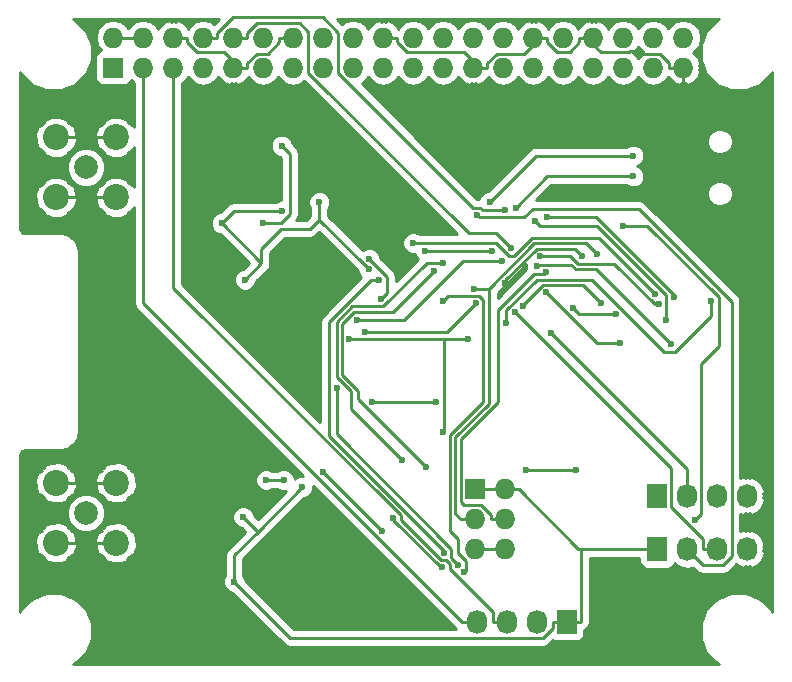
<source format=gbl>
G04 #@! TF.GenerationSoftware,KiCad,Pcbnew,(2017-12-10 revision 6ee26fd)-master*
G04 #@! TF.CreationDate,2018-02-02T05:24:30+01:00*
G04 #@! TF.ProjectId,mmdvm_hs_dual_hat,6D6D64766D5F68735F6475616C5F6861,rev?*
G04 #@! TF.SameCoordinates,Original*
G04 #@! TF.FileFunction,Copper,L2,Bot,Signal*
G04 #@! TF.FilePolarity,Positive*
%FSLAX46Y46*%
G04 Gerber Fmt 4.6, Leading zero omitted, Abs format (unit mm)*
G04 Created by KiCad (PCBNEW (2017-12-10 revision 6ee26fd)-master) date Friday, 02. February 2018 'u24' 05:24:30*
%MOMM*%
%LPD*%
G01*
G04 APERTURE LIST*
%ADD10C,2.200000*%
%ADD11C,2.000000*%
%ADD12R,1.727200X2.032000*%
%ADD13O,1.727200X2.032000*%
%ADD14R,1.727200X1.727200*%
%ADD15O,1.727200X1.727200*%
%ADD16C,0.600000*%
%ADD17C,0.250000*%
%ADD18C,0.254000*%
G04 APERTURE END LIST*
D10*
X93960000Y-98290000D03*
X93960000Y-93210000D03*
X99040000Y-93210000D03*
X99040000Y-98290000D03*
D11*
X96500000Y-95750000D03*
D10*
X93960000Y-127540000D03*
X93960000Y-122460000D03*
X99040000Y-122460000D03*
X99040000Y-127540000D03*
D11*
X96500000Y-125000000D03*
D12*
X137180000Y-134200000D03*
D13*
X134640000Y-134200000D03*
X132100000Y-134200000D03*
X129560000Y-134200000D03*
D12*
X144850000Y-123550000D03*
D13*
X147390000Y-123550000D03*
X149930000Y-123550000D03*
X152470000Y-123550000D03*
D12*
X144850000Y-128050000D03*
D13*
X147390000Y-128050000D03*
X149930000Y-128050000D03*
X152470000Y-128050000D03*
D14*
X98800000Y-87300000D03*
D15*
X98800000Y-84760000D03*
X101340000Y-87300000D03*
X101340000Y-84760000D03*
X103880000Y-87300000D03*
X103880000Y-84760000D03*
X106420000Y-87300000D03*
X106420000Y-84760000D03*
X108960000Y-87300000D03*
X108960000Y-84760000D03*
X111500000Y-87300000D03*
X111500000Y-84760000D03*
X114040000Y-87300000D03*
X114040000Y-84760000D03*
X116580000Y-87300000D03*
X116580000Y-84760000D03*
X119120000Y-87300000D03*
X119120000Y-84760000D03*
X121660000Y-87300000D03*
X121660000Y-84760000D03*
X124200000Y-87300000D03*
X124200000Y-84760000D03*
X126740000Y-87300000D03*
X126740000Y-84760000D03*
X129280000Y-87300000D03*
X129280000Y-84760000D03*
X131820000Y-87300000D03*
X131820000Y-84760000D03*
X134360000Y-87300000D03*
X134360000Y-84760000D03*
X136900000Y-87300000D03*
X136900000Y-84760000D03*
X139440000Y-87300000D03*
X139440000Y-84760000D03*
X141980000Y-87300000D03*
X141980000Y-84760000D03*
X144520000Y-87300000D03*
X144520000Y-84760000D03*
X147060000Y-87300000D03*
X147060000Y-84760000D03*
D14*
X129400000Y-123000000D03*
D15*
X131940000Y-123000000D03*
X129400000Y-125540000D03*
X131940000Y-125540000D03*
X129400000Y-128080000D03*
X131940000Y-128080000D03*
D16*
X113700000Y-104000000D03*
X115000000Y-104000000D03*
X116300000Y-104000000D03*
X116300000Y-102700000D03*
X116300000Y-105300000D03*
X115000000Y-105300000D03*
X113700000Y-105300000D03*
X115000000Y-102700000D03*
X113700000Y-102700000D03*
X113900000Y-129100000D03*
X115200000Y-129100000D03*
X116500000Y-129100000D03*
X116500000Y-127800000D03*
X115200000Y-127800000D03*
X113900000Y-127800000D03*
X116500000Y-126500000D03*
X115200000Y-126500000D03*
X113900000Y-126500000D03*
X143550900Y-92150000D03*
X138489800Y-103213400D03*
X132003500Y-105527200D03*
X111510500Y-100436100D03*
X113058000Y-93915700D03*
X111751400Y-122213100D03*
X113217300Y-122213100D03*
X120482700Y-103518800D03*
X121452500Y-106861600D03*
X109016000Y-130810000D03*
X109961500Y-105250000D03*
X120459200Y-104380000D03*
X107975100Y-100469200D03*
X114815900Y-122794200D03*
X109803300Y-125345900D03*
X121542600Y-126565900D03*
X116542700Y-121570500D03*
X140056000Y-107190300D03*
X133469500Y-107486100D03*
X120676500Y-115586100D03*
X126137000Y-115586100D03*
X113117300Y-99435400D03*
X116250000Y-98668300D03*
X149418700Y-107021800D03*
X132029000Y-108946500D03*
X141997000Y-100672000D03*
X148068700Y-125619800D03*
X132000000Y-99328600D03*
X132500000Y-102577600D03*
X135837900Y-109752900D03*
X129636200Y-99799400D03*
X132827100Y-107975700D03*
X139762100Y-103117600D03*
X129364800Y-106010500D03*
X137765500Y-107688900D03*
X141386700Y-108190900D03*
X144647700Y-106453000D03*
X124200000Y-102152900D03*
X130850500Y-102846400D03*
X125234900Y-102846400D03*
X126738500Y-103837900D03*
X123221800Y-120517500D03*
X125972500Y-104500000D03*
X125272500Y-121083100D03*
X135509700Y-99927000D03*
X146259300Y-106736300D03*
X146055000Y-110715100D03*
X134693000Y-104088200D03*
X145618900Y-108679100D03*
X134500000Y-100247400D03*
X144979400Y-107344800D03*
X134955900Y-103262900D03*
X118801200Y-110315600D03*
X128870800Y-110267700D03*
X126684600Y-118160500D03*
X131724500Y-103643900D03*
X119421100Y-108650300D03*
X127958200Y-129385100D03*
X117702700Y-114397700D03*
X129482100Y-107261200D03*
X120134100Y-109690300D03*
X122498900Y-125467500D03*
X126674800Y-129623000D03*
X121304800Y-105250000D03*
X126786200Y-128363500D03*
X128517400Y-130046400D03*
X126724200Y-107048400D03*
X138012400Y-121383700D03*
X133780300Y-121383700D03*
X132868300Y-99178200D03*
X142828700Y-96500000D03*
X142819600Y-94750000D03*
X130682700Y-98665300D03*
X135428700Y-104617400D03*
X141714000Y-110658500D03*
X135407800Y-106318400D03*
D17*
X131940000Y-128080000D02*
X129400000Y-128080000D01*
X135548900Y-85131600D02*
X135548900Y-84760000D01*
X136366200Y-85948900D02*
X135548900Y-85131600D01*
X137433700Y-85948900D02*
X136366200Y-85948900D01*
X138251100Y-85131500D02*
X137433700Y-85948900D01*
X138251100Y-84760000D02*
X138251100Y-85131500D01*
X134360000Y-84760000D02*
X134948600Y-84760000D01*
X134948600Y-84760000D02*
X135548900Y-84760000D01*
X130468900Y-86928400D02*
X130468900Y-87300000D01*
X131286200Y-86111100D02*
X130468900Y-86928400D01*
X133597500Y-86111100D02*
X131286200Y-86111100D01*
X134948600Y-84760000D02*
X133597500Y-86111100D01*
X110148900Y-86928400D02*
X110148900Y-87300000D01*
X110966200Y-86111100D02*
X110148900Y-86928400D01*
X111871600Y-86111100D02*
X110966200Y-86111100D01*
X112851100Y-85131600D02*
X111871600Y-86111100D01*
X112851100Y-84760000D02*
X112851100Y-85131600D01*
X114040000Y-84760000D02*
X112851100Y-84760000D01*
X108960000Y-87300000D02*
X109548600Y-87300000D01*
X109548600Y-87300000D02*
X110148900Y-87300000D01*
X105068900Y-85131600D02*
X105068900Y-84760000D01*
X105886200Y-85948900D02*
X105068900Y-85131600D01*
X108197500Y-85948900D02*
X105886200Y-85948900D01*
X109548600Y-87300000D02*
X108197500Y-85948900D01*
X103880000Y-84760000D02*
X105068900Y-84760000D01*
X99040000Y-127540000D02*
X93960000Y-127540000D01*
X99040000Y-122460000D02*
X93960000Y-122460000D01*
X99040000Y-98290000D02*
X93960000Y-98290000D01*
X99040000Y-93210000D02*
X93960000Y-93210000D01*
X129280000Y-87300000D02*
X129868600Y-87300000D01*
X129868600Y-87300000D02*
X130468900Y-87300000D01*
X122848900Y-85131600D02*
X122848900Y-84760000D01*
X123666200Y-85948900D02*
X122848900Y-85131600D01*
X128517500Y-85948900D02*
X123666200Y-85948900D01*
X129868600Y-87300000D02*
X128517500Y-85948900D01*
X121660000Y-84760000D02*
X122848900Y-84760000D01*
X139440000Y-84760000D02*
X138851500Y-84760000D01*
X138851500Y-84760000D02*
X138251100Y-84760000D01*
X145871100Y-86928400D02*
X145871100Y-87300000D01*
X145053800Y-86111100D02*
X145871100Y-86928400D01*
X143622600Y-86111100D02*
X145053800Y-86111100D01*
X143400100Y-85888600D02*
X143622600Y-86111100D01*
X142532900Y-85888600D02*
X143400100Y-85888600D01*
X142444600Y-85976900D02*
X142532900Y-85888600D01*
X140068400Y-85976900D02*
X142444600Y-85976900D01*
X138851500Y-84760000D02*
X140068400Y-85976900D01*
X147060000Y-87300000D02*
X145871100Y-87300000D01*
X147060000Y-88640900D02*
X147060000Y-87300000D01*
X143550900Y-92150000D02*
X147060000Y-88640900D01*
X137912900Y-102636500D02*
X138489800Y-103213400D01*
X134689400Y-102636500D02*
X137912900Y-102636500D01*
X132003500Y-105322400D02*
X134689400Y-102636500D01*
X132003500Y-105527200D02*
X132003500Y-105322400D01*
X113742700Y-94600400D02*
X113058000Y-93915700D01*
X113742700Y-99712200D02*
X113742700Y-94600400D01*
X113018800Y-100436100D02*
X113742700Y-99712200D01*
X111510500Y-100436100D02*
X113018800Y-100436100D01*
X113217300Y-122213100D02*
X111751400Y-122213100D01*
X121967100Y-106347000D02*
X121452500Y-106861600D01*
X121967100Y-105003200D02*
X121967100Y-106347000D01*
X120482700Y-103518800D02*
X121967100Y-105003200D01*
X113013346Y-100970310D02*
X115447756Y-100970310D01*
X115447756Y-100970310D02*
X116250000Y-100168066D01*
X111335600Y-102648056D02*
X113013346Y-100970310D01*
X111335600Y-103875900D02*
X111335600Y-102648056D01*
X119955100Y-103873166D02*
X116250000Y-100168066D01*
X116250000Y-100168066D02*
X116250000Y-98668300D01*
X119955100Y-103875900D02*
X119955100Y-103873166D01*
X131940000Y-123000000D02*
X129400000Y-123000000D01*
X137180000Y-134200000D02*
X138368900Y-134200000D01*
X144850000Y-128050000D02*
X138368900Y-128050000D01*
X131940000Y-123000000D02*
X133128900Y-123000000D01*
X138368900Y-128050000D02*
X138368900Y-134200000D01*
X138178900Y-128050000D02*
X133128900Y-123000000D01*
X138368900Y-128050000D02*
X138178900Y-128050000D01*
X137180000Y-134200000D02*
X135991100Y-134200000D01*
X109961500Y-105250000D02*
X111335600Y-103875900D01*
X111335600Y-103829700D02*
X107975100Y-100469200D01*
X111335600Y-103875900D02*
X111335600Y-103829700D01*
X135991100Y-134720100D02*
X135991100Y-134200000D01*
X135142900Y-135568300D02*
X135991100Y-134720100D01*
X113774300Y-135568300D02*
X135142900Y-135568300D01*
X109016000Y-130810000D02*
X113774300Y-135568300D01*
X109016000Y-128594100D02*
X111033800Y-126576300D01*
X109016000Y-130810000D02*
X109016000Y-128594100D01*
X111033800Y-126576300D02*
X114815900Y-122794200D01*
X111033800Y-126576300D02*
X109803300Y-125345900D01*
X121538100Y-126565900D02*
X121542600Y-126565900D01*
X116542700Y-121570500D02*
X121538100Y-126565900D01*
X120676500Y-115586100D02*
X126137000Y-115586100D01*
X109008900Y-99435400D02*
X107975100Y-100469200D01*
X113117300Y-99435400D02*
X109008900Y-99435400D01*
X119955100Y-103875900D02*
X120459200Y-104380000D01*
X133469500Y-107372400D02*
X133469500Y-107486100D01*
X135148800Y-105693100D02*
X133469500Y-107372400D01*
X138558800Y-105693100D02*
X135148800Y-105693100D01*
X140056000Y-107190300D02*
X138558800Y-105693100D01*
X132029000Y-107850300D02*
X132029000Y-108946500D01*
X134636500Y-105242800D02*
X132029000Y-107850300D01*
X139346700Y-105242800D02*
X134636500Y-105242800D01*
X145450300Y-111346400D02*
X139346700Y-105242800D01*
X146372500Y-111346400D02*
X145450300Y-111346400D01*
X149418700Y-108300200D02*
X146372500Y-111346400D01*
X149418700Y-107021800D02*
X149418700Y-108300200D01*
X98800000Y-84760000D02*
X101340000Y-84760000D01*
X143995900Y-100672000D02*
X141997000Y-100672000D01*
X150075500Y-106751600D02*
X143995900Y-100672000D01*
X150075500Y-110894200D02*
X150075500Y-106751600D01*
X148579000Y-112390700D02*
X150075500Y-110894200D01*
X148579000Y-125109500D02*
X148579000Y-112390700D01*
X148068700Y-125619800D02*
X148579000Y-125109500D01*
X129560000Y-134200000D02*
X128287900Y-134200000D01*
X101340000Y-107252100D02*
X128287900Y-134200000D01*
X101340000Y-87300000D02*
X101340000Y-107252100D01*
X132100000Y-134200000D02*
X130911100Y-134200000D01*
X103880000Y-105964200D02*
X103880000Y-87300000D01*
X123124200Y-125208400D02*
X103880000Y-105964200D01*
X123124200Y-125585800D02*
X123124200Y-125208400D01*
X126536100Y-128997700D02*
X123124200Y-125585800D01*
X126933900Y-128997700D02*
X126536100Y-128997700D01*
X127300100Y-129363900D02*
X126933900Y-128997700D01*
X127300100Y-129761700D02*
X127300100Y-129363900D01*
X130911100Y-133372700D02*
X127300100Y-129761700D01*
X130911100Y-134200000D02*
X130911100Y-133372700D01*
X106420000Y-84760000D02*
X107608900Y-84760000D01*
X107608900Y-84388500D02*
X107608900Y-84760000D01*
X108968000Y-83029400D02*
X107608900Y-84388500D01*
X116547500Y-83029400D02*
X108968000Y-83029400D01*
X117850000Y-84331900D02*
X116547500Y-83029400D01*
X117850000Y-87729500D02*
X117850000Y-84331900D01*
X129294600Y-99174100D02*
X117850000Y-87729500D01*
X129895300Y-99174100D02*
X129294600Y-99174100D01*
X130049800Y-99328600D02*
X129895300Y-99174100D01*
X132000000Y-99328600D02*
X130049800Y-99328600D01*
X108960000Y-84760000D02*
X110148900Y-84760000D01*
X110148900Y-84388500D02*
X110148900Y-84760000D01*
X110990900Y-83546500D02*
X110148900Y-84388500D01*
X114607200Y-83546500D02*
X110990900Y-83546500D01*
X115310000Y-84249300D02*
X114607200Y-83546500D01*
X115310000Y-87723500D02*
X115310000Y-84249300D01*
X128907000Y-101320500D02*
X115310000Y-87723500D01*
X131242900Y-101320500D02*
X128907000Y-101320500D01*
X132500000Y-102577600D02*
X131242900Y-101320500D01*
X147390000Y-121305000D02*
X135837900Y-109752900D01*
X147390000Y-123550000D02*
X147390000Y-121305000D01*
X129824600Y-99987800D02*
X129636200Y-99799400D01*
X133597100Y-99987800D02*
X129824600Y-99987800D01*
X134310700Y-99274200D02*
X133597100Y-99987800D01*
X143301900Y-99274200D02*
X134310700Y-99274200D01*
X151144900Y-107117200D02*
X143301900Y-99274200D01*
X151144900Y-128685700D02*
X151144900Y-107117200D01*
X150402400Y-129428200D02*
X151144900Y-128685700D01*
X148768200Y-129428200D02*
X150402400Y-129428200D01*
X147390000Y-128050000D02*
X148768200Y-129428200D01*
X149930000Y-128050000D02*
X148741100Y-128050000D01*
X148741100Y-127176500D02*
X148741100Y-128050000D01*
X146039000Y-124474400D02*
X148741100Y-127176500D01*
X146039000Y-121187600D02*
X146039000Y-124474400D01*
X132827100Y-107975700D02*
X146039000Y-121187600D01*
X129400000Y-125540000D02*
X128211100Y-125540000D01*
X127760200Y-125089100D02*
X128211100Y-125540000D01*
X127760200Y-118590500D02*
X127760200Y-125089100D01*
X130580500Y-115770200D02*
X127760200Y-118590500D01*
X130580500Y-106049200D02*
X130580500Y-115770200D01*
X129403500Y-106049200D02*
X129364800Y-106010500D01*
X130580500Y-106049200D02*
X129403500Y-106049200D01*
X138830700Y-102186200D02*
X139762100Y-103117600D01*
X134443500Y-102186200D02*
X138830700Y-102186200D01*
X130580500Y-106049200D02*
X134443500Y-102186200D01*
X131182500Y-102152900D02*
X124200000Y-102152900D01*
X132273700Y-103244100D02*
X131182500Y-102152900D01*
X132733400Y-103244100D02*
X132273700Y-103244100D01*
X134245200Y-101732300D02*
X132733400Y-103244100D01*
X139927000Y-101732300D02*
X134245200Y-101732300D01*
X144647700Y-106453000D02*
X139927000Y-101732300D01*
X138267500Y-108190900D02*
X137765500Y-107688900D01*
X141386700Y-108190900D02*
X138267500Y-108190900D01*
X125234900Y-102846400D02*
X130850500Y-102846400D01*
X118897200Y-116192900D02*
X123221800Y-120517500D01*
X118897200Y-114707800D02*
X118897200Y-116192900D01*
X117725500Y-113536100D02*
X118897200Y-114707800D01*
X117725500Y-108824700D02*
X117725500Y-113536100D01*
X119028700Y-107521500D02*
X117725500Y-108824700D01*
X121677200Y-107521500D02*
X119028700Y-107521500D01*
X125360800Y-103837900D02*
X121677200Y-107521500D01*
X126738500Y-103837900D02*
X125360800Y-103837900D01*
X119506800Y-115317400D02*
X125272500Y-121083100D01*
X119506800Y-114680500D02*
X119506800Y-115317400D01*
X118175800Y-113349500D02*
X119506800Y-114680500D01*
X118175800Y-109011300D02*
X118175800Y-113349500D01*
X119162100Y-108025000D02*
X118175800Y-109011300D01*
X122447500Y-108025000D02*
X119162100Y-108025000D01*
X125972500Y-104500000D02*
X122447500Y-108025000D01*
X146259300Y-106538900D02*
X146259300Y-106736300D01*
X139647400Y-99927000D02*
X146259300Y-106538900D01*
X135509700Y-99927000D02*
X139647400Y-99927000D01*
X139705600Y-104365700D02*
X146055000Y-110715100D01*
X137967500Y-104365700D02*
X139705600Y-104365700D01*
X137593900Y-103992100D02*
X137967500Y-104365700D01*
X134789100Y-103992100D02*
X137593900Y-103992100D01*
X134693000Y-104088200D02*
X134789100Y-103992100D01*
X134950300Y-100697700D02*
X134500000Y-100247400D01*
X139776800Y-100697700D02*
X134950300Y-100697700D01*
X145618900Y-106539800D02*
X139776800Y-100697700D01*
X145618900Y-108679100D02*
X145618900Y-106539800D01*
X144655200Y-107344800D02*
X144979400Y-107344800D01*
X141225700Y-103915300D02*
X144655200Y-107344800D01*
X138154000Y-103915300D02*
X141225700Y-103915300D01*
X137501600Y-103262900D02*
X138154000Y-103915300D01*
X134955900Y-103262900D02*
X137501600Y-103262900D01*
X126762300Y-110315600D02*
X118801200Y-110315600D01*
X126762300Y-118082800D02*
X126762300Y-110315600D01*
X126684600Y-118160500D02*
X126762300Y-118082800D01*
X126810200Y-110267700D02*
X128870800Y-110267700D01*
X126762300Y-110315600D02*
X126810200Y-110267700D01*
X128444100Y-103643900D02*
X131724500Y-103643900D01*
X123437700Y-108650300D02*
X128444100Y-103643900D01*
X119421100Y-108650300D02*
X123437700Y-108650300D01*
X127411600Y-128838500D02*
X127958200Y-129385100D01*
X127411600Y-128019700D02*
X127411600Y-128838500D01*
X117702700Y-118310800D02*
X127411600Y-128019700D01*
X117702700Y-114397700D02*
X117702700Y-118310800D01*
X127053000Y-109690300D02*
X129482100Y-107261200D01*
X120134100Y-109690300D02*
X127053000Y-109690300D01*
X126524500Y-129623000D02*
X126674800Y-129623000D01*
X122498900Y-125597400D02*
X126524500Y-129623000D01*
X122498900Y-125467500D02*
X122498900Y-125597400D01*
X126786200Y-128233500D02*
X126786200Y-128363500D01*
X117077400Y-118524700D02*
X126786200Y-128233500D01*
X117077400Y-108835900D02*
X117077400Y-118524700D01*
X120663300Y-105250000D02*
X117077400Y-108835900D01*
X121304800Y-105250000D02*
X120663300Y-105250000D01*
X128645500Y-129918300D02*
X128517400Y-130046400D01*
X128645500Y-129040800D02*
X128645500Y-129918300D01*
X128021200Y-128416500D02*
X128645500Y-129040800D01*
X128021200Y-127215000D02*
X128021200Y-128416500D01*
X127309900Y-126503700D02*
X128021200Y-127215000D01*
X127309900Y-118403900D02*
X127309900Y-126503700D01*
X130128500Y-115585300D02*
X127309900Y-118403900D01*
X130128500Y-106963800D02*
X130128500Y-115585300D01*
X129800500Y-106635800D02*
X130128500Y-106963800D01*
X127136800Y-106635800D02*
X129800500Y-106635800D01*
X126724200Y-107048400D02*
X127136800Y-106635800D01*
X138012400Y-121383700D02*
X133780300Y-121383700D01*
X135546500Y-96500000D02*
X132868300Y-99178200D01*
X142828700Y-96500000D02*
X135546500Y-96500000D01*
X134598000Y-94750000D02*
X142819600Y-94750000D01*
X130682700Y-98665300D02*
X134598000Y-94750000D01*
X131940000Y-125540000D02*
X130751100Y-125540000D01*
X130751100Y-125168400D02*
X130751100Y-125540000D01*
X129933800Y-124351100D02*
X130751100Y-125168400D01*
X128507600Y-124351100D02*
X129933800Y-124351100D01*
X128211000Y-124054500D02*
X128507600Y-124351100D01*
X128211000Y-118776600D02*
X128211000Y-124054500D01*
X131403700Y-115583900D02*
X128211000Y-118776600D01*
X131403700Y-107784800D02*
X131403700Y-115583900D01*
X134396000Y-104792500D02*
X131403700Y-107784800D01*
X135253600Y-104792500D02*
X134396000Y-104792500D01*
X135428700Y-104617400D02*
X135253600Y-104792500D01*
X139747900Y-110658500D02*
X141714000Y-110658500D01*
X135407800Y-106318400D02*
X139747900Y-110658500D01*
D18*
G36*
X107342968Y-83579630D02*
X106993489Y-83346115D01*
X106420000Y-83232041D01*
X105846511Y-83346115D01*
X105360330Y-83670971D01*
X105144336Y-83994228D01*
X105086821Y-83871510D01*
X104654947Y-83477312D01*
X104239026Y-83305042D01*
X104007002Y-83426182D01*
X104007002Y-83261400D01*
X103752998Y-83261400D01*
X103752998Y-83426182D01*
X103520974Y-83305042D01*
X103105053Y-83477312D01*
X102673179Y-83871510D01*
X102615664Y-83994228D01*
X102399670Y-83670971D01*
X101913489Y-83346115D01*
X101340000Y-83232041D01*
X100766511Y-83346115D01*
X100280330Y-83670971D01*
X100070000Y-83985752D01*
X99859670Y-83670971D01*
X99373489Y-83346115D01*
X98800000Y-83232041D01*
X98226511Y-83346115D01*
X97740330Y-83670971D01*
X97415474Y-84157152D01*
X97301400Y-84730641D01*
X97301400Y-84789359D01*
X97415474Y-85362848D01*
X97727904Y-85830432D01*
X97688635Y-85838243D01*
X97478591Y-85978591D01*
X97338243Y-86188635D01*
X97288960Y-86436400D01*
X97288960Y-88163600D01*
X97338243Y-88411365D01*
X97478591Y-88621409D01*
X97688635Y-88761757D01*
X97936400Y-88811040D01*
X99663600Y-88811040D01*
X99911365Y-88761757D01*
X100121409Y-88621409D01*
X100261757Y-88411365D01*
X100269441Y-88372733D01*
X100280330Y-88389029D01*
X100580000Y-88589262D01*
X100580000Y-92367142D01*
X100542099Y-92275641D01*
X100264870Y-92164738D01*
X100378910Y-92050698D01*
X100199302Y-91871090D01*
X100085262Y-91985130D01*
X99974359Y-91707901D01*
X99328407Y-91464677D01*
X98638547Y-91487164D01*
X98105641Y-91707901D01*
X97994738Y-91985130D01*
X97880698Y-91871090D01*
X97701090Y-92050698D01*
X97815130Y-92164738D01*
X97537901Y-92275641D01*
X97294677Y-92921593D01*
X97317164Y-93611453D01*
X97537901Y-94144359D01*
X97815130Y-94255262D01*
X97701090Y-94369302D01*
X97880698Y-94548910D01*
X97994738Y-94434870D01*
X98105641Y-94712099D01*
X98751593Y-94955323D01*
X99441453Y-94932836D01*
X99974359Y-94712099D01*
X100085262Y-94434870D01*
X100199302Y-94548910D01*
X100378910Y-94369302D01*
X100264870Y-94255262D01*
X100542099Y-94144359D01*
X100580000Y-94043702D01*
X100580000Y-97447142D01*
X100542099Y-97355641D01*
X100264870Y-97244738D01*
X100378910Y-97130698D01*
X100199302Y-96951090D01*
X100085262Y-97065130D01*
X99974359Y-96787901D01*
X99328407Y-96544677D01*
X98638547Y-96567164D01*
X98105641Y-96787901D01*
X97994738Y-97065130D01*
X97880698Y-96951090D01*
X97701090Y-97130698D01*
X97815130Y-97244738D01*
X97537901Y-97355641D01*
X97294677Y-98001593D01*
X97317164Y-98691453D01*
X97537901Y-99224359D01*
X97815130Y-99335262D01*
X97701090Y-99449302D01*
X97880698Y-99628910D01*
X97994738Y-99514870D01*
X98105641Y-99792099D01*
X98751593Y-100035323D01*
X99441453Y-100012836D01*
X99974359Y-99792099D01*
X100085262Y-99514870D01*
X100199302Y-99628910D01*
X100378910Y-99449302D01*
X100264870Y-99335262D01*
X100542099Y-99224359D01*
X100580000Y-99123702D01*
X100580000Y-107252100D01*
X100637852Y-107542939D01*
X100802599Y-107789501D01*
X114872346Y-121859248D01*
X114630733Y-121859038D01*
X114286957Y-122001083D01*
X114152368Y-122135437D01*
X114152462Y-122027933D01*
X114010417Y-121684157D01*
X113747627Y-121420908D01*
X113404099Y-121278262D01*
X113032133Y-121277938D01*
X112688357Y-121419983D01*
X112655182Y-121453100D01*
X112313863Y-121453100D01*
X112281727Y-121420908D01*
X111938199Y-121278262D01*
X111566233Y-121277938D01*
X111222457Y-121419983D01*
X110959208Y-121682773D01*
X110816562Y-122026301D01*
X110816238Y-122398267D01*
X110958283Y-122742043D01*
X111221073Y-123005292D01*
X111564601Y-123147938D01*
X111936567Y-123148262D01*
X112280343Y-123006217D01*
X112313518Y-122973100D01*
X112654837Y-122973100D01*
X112686973Y-123005292D01*
X113030501Y-123147938D01*
X113387049Y-123148249D01*
X111033778Y-125501520D01*
X110738422Y-125206188D01*
X110738462Y-125160733D01*
X110596417Y-124816957D01*
X110333627Y-124553708D01*
X109990099Y-124411062D01*
X109618133Y-124410738D01*
X109274357Y-124552783D01*
X109011108Y-124815573D01*
X108868462Y-125159101D01*
X108868138Y-125531067D01*
X109010183Y-125874843D01*
X109272973Y-126138092D01*
X109616501Y-126280738D01*
X109663409Y-126280779D01*
X109958976Y-126576322D01*
X108478599Y-128056699D01*
X108313852Y-128303261D01*
X108256000Y-128594100D01*
X108256000Y-130247537D01*
X108223808Y-130279673D01*
X108081162Y-130623201D01*
X108080838Y-130995167D01*
X108222883Y-131338943D01*
X108485673Y-131602192D01*
X108829201Y-131744838D01*
X108876077Y-131744879D01*
X113236899Y-136105701D01*
X113483460Y-136270448D01*
X113774300Y-136328300D01*
X135142900Y-136328300D01*
X135433739Y-136270448D01*
X135680301Y-136105701D01*
X136010614Y-135775388D01*
X136068635Y-135814157D01*
X136316400Y-135863440D01*
X138043600Y-135863440D01*
X138291365Y-135814157D01*
X138501409Y-135673809D01*
X138641757Y-135463765D01*
X138691040Y-135216000D01*
X138691040Y-134881233D01*
X138906301Y-134737401D01*
X139071048Y-134490839D01*
X139128900Y-134200000D01*
X139128900Y-128810000D01*
X143338960Y-128810000D01*
X143338960Y-129066000D01*
X143388243Y-129313765D01*
X143528591Y-129523809D01*
X143738635Y-129664157D01*
X143986400Y-129713440D01*
X145713600Y-129713440D01*
X145961365Y-129664157D01*
X146171409Y-129523809D01*
X146311757Y-129313765D01*
X146318984Y-129277434D01*
X146330330Y-129294415D01*
X146816511Y-129619271D01*
X147390000Y-129733345D01*
X147897579Y-129632381D01*
X148230799Y-129965601D01*
X148477361Y-130130348D01*
X148768200Y-130188200D01*
X150402400Y-130188200D01*
X150693239Y-130130348D01*
X150939801Y-129965601D01*
X151538098Y-129367304D01*
X151567964Y-129400732D01*
X152095209Y-129654709D01*
X152110974Y-129657358D01*
X152342998Y-129536218D01*
X152342998Y-129701000D01*
X152597002Y-129701000D01*
X152597002Y-129536218D01*
X152829026Y-129657358D01*
X152844791Y-129654709D01*
X153372036Y-129400732D01*
X153761954Y-128964320D01*
X153955184Y-128411913D01*
X153810925Y-128177002D01*
X153968600Y-128177002D01*
X153968600Y-127922998D01*
X153810925Y-127922998D01*
X153955184Y-127688087D01*
X153761954Y-127135680D01*
X153372036Y-126699268D01*
X152844791Y-126445291D01*
X152829026Y-126442642D01*
X152597002Y-126563782D01*
X152597002Y-126399000D01*
X152342998Y-126399000D01*
X152342998Y-126563782D01*
X152110974Y-126442642D01*
X152095209Y-126445291D01*
X151904900Y-126536964D01*
X151904900Y-125063036D01*
X152095209Y-125154709D01*
X152110974Y-125157358D01*
X152342998Y-125036218D01*
X152342998Y-125201000D01*
X152597002Y-125201000D01*
X152597002Y-125036218D01*
X152829026Y-125157358D01*
X152844791Y-125154709D01*
X153372036Y-124900732D01*
X153761954Y-124464320D01*
X153955184Y-123911913D01*
X153810925Y-123677002D01*
X153968600Y-123677002D01*
X153968600Y-123422998D01*
X153810925Y-123422998D01*
X153955184Y-123188087D01*
X153761954Y-122635680D01*
X153372036Y-122199268D01*
X152844791Y-121945291D01*
X152829026Y-121942642D01*
X152597002Y-122063782D01*
X152597002Y-121899000D01*
X152342998Y-121899000D01*
X152342998Y-122063782D01*
X152110974Y-121942642D01*
X152095209Y-121945291D01*
X151904900Y-122036964D01*
X151904900Y-107117200D01*
X151847048Y-106826361D01*
X151682301Y-106579799D01*
X143839301Y-98736799D01*
X143592739Y-98572052D01*
X143301900Y-98514200D01*
X134607102Y-98514200D01*
X134956872Y-98164430D01*
X149064332Y-98164430D01*
X149229102Y-98563203D01*
X149533933Y-98868566D01*
X149932417Y-99034031D01*
X150363890Y-99034408D01*
X150762663Y-98869638D01*
X151068026Y-98564807D01*
X151233491Y-98166323D01*
X151233868Y-97734850D01*
X151069098Y-97336077D01*
X150764267Y-97030714D01*
X150365783Y-96865249D01*
X149934310Y-96864872D01*
X149535537Y-97029642D01*
X149230174Y-97334473D01*
X149064709Y-97732957D01*
X149064332Y-98164430D01*
X134956872Y-98164430D01*
X135861302Y-97260000D01*
X142266237Y-97260000D01*
X142298373Y-97292192D01*
X142641901Y-97434838D01*
X143013867Y-97435162D01*
X143357643Y-97293117D01*
X143620892Y-97030327D01*
X143763538Y-96686799D01*
X143763862Y-96314833D01*
X143621817Y-95971057D01*
X143359027Y-95707808D01*
X143154999Y-95623088D01*
X143348543Y-95543117D01*
X143611792Y-95280327D01*
X143754438Y-94936799D01*
X143754762Y-94564833D01*
X143612717Y-94221057D01*
X143349927Y-93957808D01*
X143006399Y-93815162D01*
X142634433Y-93814838D01*
X142290657Y-93956883D01*
X142257482Y-93990000D01*
X134598000Y-93990000D01*
X134307160Y-94047852D01*
X134060599Y-94212599D01*
X130543020Y-97730178D01*
X130497533Y-97730138D01*
X130153757Y-97872183D01*
X129890508Y-98134973D01*
X129774604Y-98414100D01*
X129609402Y-98414100D01*
X124960452Y-93765150D01*
X149064332Y-93765150D01*
X149229102Y-94163923D01*
X149533933Y-94469286D01*
X149932417Y-94634751D01*
X150363890Y-94635128D01*
X150762663Y-94470358D01*
X151068026Y-94165527D01*
X151233491Y-93767043D01*
X151233868Y-93335570D01*
X151069098Y-92936797D01*
X150764267Y-92631434D01*
X150365783Y-92465969D01*
X149934310Y-92465592D01*
X149535537Y-92630362D01*
X149230174Y-92935193D01*
X149064709Y-93333677D01*
X149064332Y-93765150D01*
X124960452Y-93765150D01*
X119822790Y-88627488D01*
X120179670Y-88389029D01*
X120390000Y-88074248D01*
X120600330Y-88389029D01*
X121086511Y-88713885D01*
X121660000Y-88827959D01*
X122233489Y-88713885D01*
X122719670Y-88389029D01*
X122930000Y-88074248D01*
X123140330Y-88389029D01*
X123626511Y-88713885D01*
X124200000Y-88827959D01*
X124773489Y-88713885D01*
X125259670Y-88389029D01*
X125470000Y-88074248D01*
X125680330Y-88389029D01*
X126166511Y-88713885D01*
X126740000Y-88827959D01*
X127313489Y-88713885D01*
X127799670Y-88389029D01*
X128015664Y-88065772D01*
X128073179Y-88188490D01*
X128505053Y-88582688D01*
X128920974Y-88754958D01*
X129152998Y-88633818D01*
X129152998Y-88798600D01*
X129407002Y-88798600D01*
X129407002Y-88633818D01*
X129639026Y-88754958D01*
X130054947Y-88582688D01*
X130486821Y-88188490D01*
X130544336Y-88065772D01*
X130760330Y-88389029D01*
X131246511Y-88713885D01*
X131820000Y-88827959D01*
X132393489Y-88713885D01*
X132879670Y-88389029D01*
X133090000Y-88074248D01*
X133300330Y-88389029D01*
X133786511Y-88713885D01*
X134360000Y-88827959D01*
X134933489Y-88713885D01*
X135419670Y-88389029D01*
X135630000Y-88074248D01*
X135840330Y-88389029D01*
X136326511Y-88713885D01*
X136900000Y-88827959D01*
X137473489Y-88713885D01*
X137959670Y-88389029D01*
X138170000Y-88074248D01*
X138380330Y-88389029D01*
X138866511Y-88713885D01*
X139440000Y-88827959D01*
X140013489Y-88713885D01*
X140499670Y-88389029D01*
X140710000Y-88074248D01*
X140920330Y-88389029D01*
X141406511Y-88713885D01*
X141980000Y-88827959D01*
X142553489Y-88713885D01*
X143039670Y-88389029D01*
X143250000Y-88074248D01*
X143460330Y-88389029D01*
X143946511Y-88713885D01*
X144520000Y-88827959D01*
X145093489Y-88713885D01*
X145579670Y-88389029D01*
X145795664Y-88065772D01*
X145853179Y-88188490D01*
X146285053Y-88582688D01*
X146700974Y-88754958D01*
X146932998Y-88633818D01*
X146932998Y-88798600D01*
X147187002Y-88798600D01*
X147187002Y-88633818D01*
X147419026Y-88754958D01*
X147834947Y-88582688D01*
X148266821Y-88188490D01*
X148514968Y-87659027D01*
X148394470Y-87427002D01*
X148558600Y-87427002D01*
X148558600Y-87172998D01*
X148394470Y-87172998D01*
X148514968Y-86940973D01*
X148266821Y-86411510D01*
X147848839Y-86029992D01*
X148119670Y-85849029D01*
X148444526Y-85362848D01*
X148558600Y-84789359D01*
X148558600Y-84730641D01*
X148444526Y-84157152D01*
X148119670Y-83670971D01*
X147633489Y-83346115D01*
X147060000Y-83232041D01*
X146486511Y-83346115D01*
X146000330Y-83670971D01*
X145790000Y-83985752D01*
X145579670Y-83670971D01*
X145093489Y-83346115D01*
X144520000Y-83232041D01*
X143946511Y-83346115D01*
X143460330Y-83670971D01*
X143250000Y-83985752D01*
X143039670Y-83670971D01*
X142553489Y-83346115D01*
X141980000Y-83232041D01*
X141406511Y-83346115D01*
X140920330Y-83670971D01*
X140704336Y-83994228D01*
X140646821Y-83871510D01*
X140214947Y-83477312D01*
X139799026Y-83305042D01*
X139567002Y-83426182D01*
X139567002Y-83261400D01*
X139312998Y-83261400D01*
X139312998Y-83426182D01*
X139080974Y-83305042D01*
X138665053Y-83477312D01*
X138233179Y-83871510D01*
X138175664Y-83994228D01*
X137959670Y-83670971D01*
X137473489Y-83346115D01*
X136900000Y-83232041D01*
X136326511Y-83346115D01*
X135840330Y-83670971D01*
X135624336Y-83994228D01*
X135566821Y-83871510D01*
X135134947Y-83477312D01*
X134719026Y-83305042D01*
X134487002Y-83426182D01*
X134487002Y-83261400D01*
X134232998Y-83261400D01*
X134232998Y-83426182D01*
X134000974Y-83305042D01*
X133585053Y-83477312D01*
X133153179Y-83871510D01*
X133095664Y-83994228D01*
X132879670Y-83670971D01*
X132393489Y-83346115D01*
X131820000Y-83232041D01*
X131246511Y-83346115D01*
X130760330Y-83670971D01*
X130550000Y-83985752D01*
X130339670Y-83670971D01*
X129853489Y-83346115D01*
X129280000Y-83232041D01*
X128706511Y-83346115D01*
X128220330Y-83670971D01*
X128010000Y-83985752D01*
X127799670Y-83670971D01*
X127313489Y-83346115D01*
X126740000Y-83232041D01*
X126166511Y-83346115D01*
X125680330Y-83670971D01*
X125470000Y-83985752D01*
X125259670Y-83670971D01*
X124773489Y-83346115D01*
X124200000Y-83232041D01*
X123626511Y-83346115D01*
X123140330Y-83670971D01*
X122924336Y-83994228D01*
X122866821Y-83871510D01*
X122434947Y-83477312D01*
X122019026Y-83305042D01*
X121787002Y-83426182D01*
X121787002Y-83261400D01*
X121532998Y-83261400D01*
X121532998Y-83426182D01*
X121300974Y-83305042D01*
X120885053Y-83477312D01*
X120453179Y-83871510D01*
X120395664Y-83994228D01*
X120179670Y-83670971D01*
X119693489Y-83346115D01*
X119120000Y-83232041D01*
X118546511Y-83346115D01*
X118182345Y-83589443D01*
X117777902Y-83185000D01*
X150112456Y-83185000D01*
X149924439Y-83262687D01*
X149015877Y-84169664D01*
X148523561Y-85355294D01*
X148522441Y-86639074D01*
X149012687Y-87825561D01*
X149919664Y-88734123D01*
X151105294Y-89226439D01*
X152389074Y-89227559D01*
X153575561Y-88737313D01*
X154484123Y-87830336D01*
X154565000Y-87635562D01*
X154565000Y-133362456D01*
X154487313Y-133174439D01*
X153580336Y-132265877D01*
X152394706Y-131773561D01*
X151110926Y-131772441D01*
X149924439Y-132262687D01*
X149015877Y-133169664D01*
X148523561Y-134355294D01*
X148522441Y-135639074D01*
X149012687Y-136825561D01*
X149919664Y-137734123D01*
X150114438Y-137815000D01*
X95387544Y-137815000D01*
X95575561Y-137737313D01*
X96484123Y-136830336D01*
X96976439Y-135644706D01*
X96977559Y-134360926D01*
X96487313Y-133174439D01*
X95580336Y-132265877D01*
X94394706Y-131773561D01*
X93110926Y-131772441D01*
X91924439Y-132262687D01*
X91015877Y-133169664D01*
X90935000Y-133364438D01*
X90935000Y-127251593D01*
X92214677Y-127251593D01*
X92237164Y-127941453D01*
X92457901Y-128474359D01*
X92735130Y-128585262D01*
X92621090Y-128699302D01*
X92800698Y-128878910D01*
X92914738Y-128764870D01*
X93025641Y-129042099D01*
X93671593Y-129285323D01*
X94361453Y-129262836D01*
X94894359Y-129042099D01*
X95005262Y-128764870D01*
X95119302Y-128878910D01*
X95298910Y-128699302D01*
X95184870Y-128585262D01*
X95462099Y-128474359D01*
X95705323Y-127828407D01*
X95686521Y-127251593D01*
X97294677Y-127251593D01*
X97317164Y-127941453D01*
X97537901Y-128474359D01*
X97815130Y-128585262D01*
X97701090Y-128699302D01*
X97880698Y-128878910D01*
X97994738Y-128764870D01*
X98105641Y-129042099D01*
X98751593Y-129285323D01*
X99441453Y-129262836D01*
X99974359Y-129042099D01*
X100085262Y-128764870D01*
X100199302Y-128878910D01*
X100378910Y-128699302D01*
X100264870Y-128585262D01*
X100542099Y-128474359D01*
X100785323Y-127828407D01*
X100762836Y-127138547D01*
X100542099Y-126605641D01*
X100264870Y-126494738D01*
X100378910Y-126380698D01*
X100199302Y-126201090D01*
X100085262Y-126315130D01*
X99974359Y-126037901D01*
X99328407Y-125794677D01*
X98638547Y-125817164D01*
X98105641Y-126037901D01*
X97994738Y-126315130D01*
X97880698Y-126201090D01*
X97701090Y-126380698D01*
X97815130Y-126494738D01*
X97537901Y-126605641D01*
X97294677Y-127251593D01*
X95686521Y-127251593D01*
X95682836Y-127138547D01*
X95462099Y-126605641D01*
X95184870Y-126494738D01*
X95298910Y-126380698D01*
X95119302Y-126201090D01*
X95005262Y-126315130D01*
X94894359Y-126037901D01*
X94248407Y-125794677D01*
X93558547Y-125817164D01*
X93025641Y-126037901D01*
X92914738Y-126315130D01*
X92800698Y-126201090D01*
X92621090Y-126380698D01*
X92735130Y-126494738D01*
X92457901Y-126605641D01*
X92214677Y-127251593D01*
X90935000Y-127251593D01*
X90935000Y-125323795D01*
X94864716Y-125323795D01*
X95113106Y-125924943D01*
X95572637Y-126385278D01*
X96173352Y-126634716D01*
X96823795Y-126635284D01*
X97424943Y-126386894D01*
X97885278Y-125927363D01*
X98134716Y-125326648D01*
X98135284Y-124676205D01*
X97886894Y-124075057D01*
X97427363Y-123614722D01*
X96826648Y-123365284D01*
X96176205Y-123364716D01*
X95575057Y-123613106D01*
X95114722Y-124072637D01*
X94865284Y-124673352D01*
X94864716Y-125323795D01*
X90935000Y-125323795D01*
X90935000Y-122171593D01*
X92214677Y-122171593D01*
X92237164Y-122861453D01*
X92457901Y-123394359D01*
X92735130Y-123505262D01*
X92621090Y-123619302D01*
X92800698Y-123798910D01*
X92914738Y-123684870D01*
X93025641Y-123962099D01*
X93671593Y-124205323D01*
X94361453Y-124182836D01*
X94894359Y-123962099D01*
X95005262Y-123684870D01*
X95119302Y-123798910D01*
X95298910Y-123619302D01*
X95184870Y-123505262D01*
X95462099Y-123394359D01*
X95705323Y-122748407D01*
X95686521Y-122171593D01*
X97294677Y-122171593D01*
X97317164Y-122861453D01*
X97537901Y-123394359D01*
X97815130Y-123505262D01*
X97701090Y-123619302D01*
X97880698Y-123798910D01*
X97994738Y-123684870D01*
X98105641Y-123962099D01*
X98751593Y-124205323D01*
X99441453Y-124182836D01*
X99974359Y-123962099D01*
X100085262Y-123684870D01*
X100199302Y-123798910D01*
X100378910Y-123619302D01*
X100264870Y-123505262D01*
X100542099Y-123394359D01*
X100785323Y-122748407D01*
X100762836Y-122058547D01*
X100542099Y-121525641D01*
X100264870Y-121414738D01*
X100378910Y-121300698D01*
X100199302Y-121121090D01*
X100085262Y-121235130D01*
X99974359Y-120957901D01*
X99328407Y-120714677D01*
X98638547Y-120737164D01*
X98105641Y-120957901D01*
X97994738Y-121235130D01*
X97880698Y-121121090D01*
X97701090Y-121300698D01*
X97815130Y-121414738D01*
X97537901Y-121525641D01*
X97294677Y-122171593D01*
X95686521Y-122171593D01*
X95682836Y-122058547D01*
X95462099Y-121525641D01*
X95184870Y-121414738D01*
X95298910Y-121300698D01*
X95119302Y-121121090D01*
X95005262Y-121235130D01*
X94894359Y-120957901D01*
X94248407Y-120714677D01*
X93558547Y-120737164D01*
X93025641Y-120957901D01*
X92914738Y-121235130D01*
X92800698Y-121121090D01*
X92621090Y-121300698D01*
X92735130Y-121414738D01*
X92457901Y-121525641D01*
X92214677Y-122171593D01*
X90935000Y-122171593D01*
X90935000Y-120067466D01*
X90971376Y-119884591D01*
X91036751Y-119786750D01*
X91134590Y-119721376D01*
X91317466Y-119685000D01*
X94250000Y-119685000D01*
X94316170Y-119671838D01*
X94383636Y-119671838D01*
X94766319Y-119595718D01*
X95013248Y-119493437D01*
X95013249Y-119493436D01*
X95337672Y-119276664D01*
X95526664Y-119087672D01*
X95743437Y-118763249D01*
X95785803Y-118660968D01*
X95845718Y-118516319D01*
X95921838Y-118133636D01*
X95921838Y-118066170D01*
X95935000Y-118000000D01*
X95935000Y-103000000D01*
X95921838Y-102933830D01*
X95921838Y-102866364D01*
X95845718Y-102483681D01*
X95771476Y-102304445D01*
X95743437Y-102236751D01*
X95526664Y-101912328D01*
X95337672Y-101723336D01*
X95013248Y-101506563D01*
X94958901Y-101484052D01*
X94766319Y-101404282D01*
X94383636Y-101328162D01*
X94316170Y-101328162D01*
X94250000Y-101315000D01*
X91317466Y-101315000D01*
X91134590Y-101278624D01*
X91036751Y-101213250D01*
X90971376Y-101115409D01*
X90935000Y-100932534D01*
X90935000Y-98001593D01*
X92214677Y-98001593D01*
X92237164Y-98691453D01*
X92457901Y-99224359D01*
X92735130Y-99335262D01*
X92621090Y-99449302D01*
X92800698Y-99628910D01*
X92914738Y-99514870D01*
X93025641Y-99792099D01*
X93671593Y-100035323D01*
X94361453Y-100012836D01*
X94894359Y-99792099D01*
X95005262Y-99514870D01*
X95119302Y-99628910D01*
X95298910Y-99449302D01*
X95184870Y-99335262D01*
X95462099Y-99224359D01*
X95705323Y-98578407D01*
X95682836Y-97888547D01*
X95462099Y-97355641D01*
X95184870Y-97244738D01*
X95298910Y-97130698D01*
X95119302Y-96951090D01*
X95005262Y-97065130D01*
X94894359Y-96787901D01*
X94248407Y-96544677D01*
X93558547Y-96567164D01*
X93025641Y-96787901D01*
X92914738Y-97065130D01*
X92800698Y-96951090D01*
X92621090Y-97130698D01*
X92735130Y-97244738D01*
X92457901Y-97355641D01*
X92214677Y-98001593D01*
X90935000Y-98001593D01*
X90935000Y-96073795D01*
X94864716Y-96073795D01*
X95113106Y-96674943D01*
X95572637Y-97135278D01*
X96173352Y-97384716D01*
X96823795Y-97385284D01*
X97424943Y-97136894D01*
X97885278Y-96677363D01*
X98134716Y-96076648D01*
X98135284Y-95426205D01*
X97886894Y-94825057D01*
X97427363Y-94364722D01*
X96826648Y-94115284D01*
X96176205Y-94114716D01*
X95575057Y-94363106D01*
X95114722Y-94822637D01*
X94865284Y-95423352D01*
X94864716Y-96073795D01*
X90935000Y-96073795D01*
X90935000Y-92921593D01*
X92214677Y-92921593D01*
X92237164Y-93611453D01*
X92457901Y-94144359D01*
X92735130Y-94255262D01*
X92621090Y-94369302D01*
X92800698Y-94548910D01*
X92914738Y-94434870D01*
X93025641Y-94712099D01*
X93671593Y-94955323D01*
X94361453Y-94932836D01*
X94894359Y-94712099D01*
X95005262Y-94434870D01*
X95119302Y-94548910D01*
X95298910Y-94369302D01*
X95184870Y-94255262D01*
X95462099Y-94144359D01*
X95705323Y-93498407D01*
X95682836Y-92808547D01*
X95462099Y-92275641D01*
X95184870Y-92164738D01*
X95298910Y-92050698D01*
X95119302Y-91871090D01*
X95005262Y-91985130D01*
X94894359Y-91707901D01*
X94248407Y-91464677D01*
X93558547Y-91487164D01*
X93025641Y-91707901D01*
X92914738Y-91985130D01*
X92800698Y-91871090D01*
X92621090Y-92050698D01*
X92735130Y-92164738D01*
X92457901Y-92275641D01*
X92214677Y-92921593D01*
X90935000Y-92921593D01*
X90935000Y-87637544D01*
X91012687Y-87825561D01*
X91919664Y-88734123D01*
X93105294Y-89226439D01*
X94389074Y-89227559D01*
X95575561Y-88737313D01*
X96484123Y-87830336D01*
X96976439Y-86644706D01*
X96977559Y-85360926D01*
X96487313Y-84174439D01*
X95580336Y-83265877D01*
X95385562Y-83185000D01*
X107737598Y-83185000D01*
X107342968Y-83579630D01*
X107342968Y-83579630D01*
G37*
X107342968Y-83579630D02*
X106993489Y-83346115D01*
X106420000Y-83232041D01*
X105846511Y-83346115D01*
X105360330Y-83670971D01*
X105144336Y-83994228D01*
X105086821Y-83871510D01*
X104654947Y-83477312D01*
X104239026Y-83305042D01*
X104007002Y-83426182D01*
X104007002Y-83261400D01*
X103752998Y-83261400D01*
X103752998Y-83426182D01*
X103520974Y-83305042D01*
X103105053Y-83477312D01*
X102673179Y-83871510D01*
X102615664Y-83994228D01*
X102399670Y-83670971D01*
X101913489Y-83346115D01*
X101340000Y-83232041D01*
X100766511Y-83346115D01*
X100280330Y-83670971D01*
X100070000Y-83985752D01*
X99859670Y-83670971D01*
X99373489Y-83346115D01*
X98800000Y-83232041D01*
X98226511Y-83346115D01*
X97740330Y-83670971D01*
X97415474Y-84157152D01*
X97301400Y-84730641D01*
X97301400Y-84789359D01*
X97415474Y-85362848D01*
X97727904Y-85830432D01*
X97688635Y-85838243D01*
X97478591Y-85978591D01*
X97338243Y-86188635D01*
X97288960Y-86436400D01*
X97288960Y-88163600D01*
X97338243Y-88411365D01*
X97478591Y-88621409D01*
X97688635Y-88761757D01*
X97936400Y-88811040D01*
X99663600Y-88811040D01*
X99911365Y-88761757D01*
X100121409Y-88621409D01*
X100261757Y-88411365D01*
X100269441Y-88372733D01*
X100280330Y-88389029D01*
X100580000Y-88589262D01*
X100580000Y-92367142D01*
X100542099Y-92275641D01*
X100264870Y-92164738D01*
X100378910Y-92050698D01*
X100199302Y-91871090D01*
X100085262Y-91985130D01*
X99974359Y-91707901D01*
X99328407Y-91464677D01*
X98638547Y-91487164D01*
X98105641Y-91707901D01*
X97994738Y-91985130D01*
X97880698Y-91871090D01*
X97701090Y-92050698D01*
X97815130Y-92164738D01*
X97537901Y-92275641D01*
X97294677Y-92921593D01*
X97317164Y-93611453D01*
X97537901Y-94144359D01*
X97815130Y-94255262D01*
X97701090Y-94369302D01*
X97880698Y-94548910D01*
X97994738Y-94434870D01*
X98105641Y-94712099D01*
X98751593Y-94955323D01*
X99441453Y-94932836D01*
X99974359Y-94712099D01*
X100085262Y-94434870D01*
X100199302Y-94548910D01*
X100378910Y-94369302D01*
X100264870Y-94255262D01*
X100542099Y-94144359D01*
X100580000Y-94043702D01*
X100580000Y-97447142D01*
X100542099Y-97355641D01*
X100264870Y-97244738D01*
X100378910Y-97130698D01*
X100199302Y-96951090D01*
X100085262Y-97065130D01*
X99974359Y-96787901D01*
X99328407Y-96544677D01*
X98638547Y-96567164D01*
X98105641Y-96787901D01*
X97994738Y-97065130D01*
X97880698Y-96951090D01*
X97701090Y-97130698D01*
X97815130Y-97244738D01*
X97537901Y-97355641D01*
X97294677Y-98001593D01*
X97317164Y-98691453D01*
X97537901Y-99224359D01*
X97815130Y-99335262D01*
X97701090Y-99449302D01*
X97880698Y-99628910D01*
X97994738Y-99514870D01*
X98105641Y-99792099D01*
X98751593Y-100035323D01*
X99441453Y-100012836D01*
X99974359Y-99792099D01*
X100085262Y-99514870D01*
X100199302Y-99628910D01*
X100378910Y-99449302D01*
X100264870Y-99335262D01*
X100542099Y-99224359D01*
X100580000Y-99123702D01*
X100580000Y-107252100D01*
X100637852Y-107542939D01*
X100802599Y-107789501D01*
X114872346Y-121859248D01*
X114630733Y-121859038D01*
X114286957Y-122001083D01*
X114152368Y-122135437D01*
X114152462Y-122027933D01*
X114010417Y-121684157D01*
X113747627Y-121420908D01*
X113404099Y-121278262D01*
X113032133Y-121277938D01*
X112688357Y-121419983D01*
X112655182Y-121453100D01*
X112313863Y-121453100D01*
X112281727Y-121420908D01*
X111938199Y-121278262D01*
X111566233Y-121277938D01*
X111222457Y-121419983D01*
X110959208Y-121682773D01*
X110816562Y-122026301D01*
X110816238Y-122398267D01*
X110958283Y-122742043D01*
X111221073Y-123005292D01*
X111564601Y-123147938D01*
X111936567Y-123148262D01*
X112280343Y-123006217D01*
X112313518Y-122973100D01*
X112654837Y-122973100D01*
X112686973Y-123005292D01*
X113030501Y-123147938D01*
X113387049Y-123148249D01*
X111033778Y-125501520D01*
X110738422Y-125206188D01*
X110738462Y-125160733D01*
X110596417Y-124816957D01*
X110333627Y-124553708D01*
X109990099Y-124411062D01*
X109618133Y-124410738D01*
X109274357Y-124552783D01*
X109011108Y-124815573D01*
X108868462Y-125159101D01*
X108868138Y-125531067D01*
X109010183Y-125874843D01*
X109272973Y-126138092D01*
X109616501Y-126280738D01*
X109663409Y-126280779D01*
X109958976Y-126576322D01*
X108478599Y-128056699D01*
X108313852Y-128303261D01*
X108256000Y-128594100D01*
X108256000Y-130247537D01*
X108223808Y-130279673D01*
X108081162Y-130623201D01*
X108080838Y-130995167D01*
X108222883Y-131338943D01*
X108485673Y-131602192D01*
X108829201Y-131744838D01*
X108876077Y-131744879D01*
X113236899Y-136105701D01*
X113483460Y-136270448D01*
X113774300Y-136328300D01*
X135142900Y-136328300D01*
X135433739Y-136270448D01*
X135680301Y-136105701D01*
X136010614Y-135775388D01*
X136068635Y-135814157D01*
X136316400Y-135863440D01*
X138043600Y-135863440D01*
X138291365Y-135814157D01*
X138501409Y-135673809D01*
X138641757Y-135463765D01*
X138691040Y-135216000D01*
X138691040Y-134881233D01*
X138906301Y-134737401D01*
X139071048Y-134490839D01*
X139128900Y-134200000D01*
X139128900Y-128810000D01*
X143338960Y-128810000D01*
X143338960Y-129066000D01*
X143388243Y-129313765D01*
X143528591Y-129523809D01*
X143738635Y-129664157D01*
X143986400Y-129713440D01*
X145713600Y-129713440D01*
X145961365Y-129664157D01*
X146171409Y-129523809D01*
X146311757Y-129313765D01*
X146318984Y-129277434D01*
X146330330Y-129294415D01*
X146816511Y-129619271D01*
X147390000Y-129733345D01*
X147897579Y-129632381D01*
X148230799Y-129965601D01*
X148477361Y-130130348D01*
X148768200Y-130188200D01*
X150402400Y-130188200D01*
X150693239Y-130130348D01*
X150939801Y-129965601D01*
X151538098Y-129367304D01*
X151567964Y-129400732D01*
X152095209Y-129654709D01*
X152110974Y-129657358D01*
X152342998Y-129536218D01*
X152342998Y-129701000D01*
X152597002Y-129701000D01*
X152597002Y-129536218D01*
X152829026Y-129657358D01*
X152844791Y-129654709D01*
X153372036Y-129400732D01*
X153761954Y-128964320D01*
X153955184Y-128411913D01*
X153810925Y-128177002D01*
X153968600Y-128177002D01*
X153968600Y-127922998D01*
X153810925Y-127922998D01*
X153955184Y-127688087D01*
X153761954Y-127135680D01*
X153372036Y-126699268D01*
X152844791Y-126445291D01*
X152829026Y-126442642D01*
X152597002Y-126563782D01*
X152597002Y-126399000D01*
X152342998Y-126399000D01*
X152342998Y-126563782D01*
X152110974Y-126442642D01*
X152095209Y-126445291D01*
X151904900Y-126536964D01*
X151904900Y-125063036D01*
X152095209Y-125154709D01*
X152110974Y-125157358D01*
X152342998Y-125036218D01*
X152342998Y-125201000D01*
X152597002Y-125201000D01*
X152597002Y-125036218D01*
X152829026Y-125157358D01*
X152844791Y-125154709D01*
X153372036Y-124900732D01*
X153761954Y-124464320D01*
X153955184Y-123911913D01*
X153810925Y-123677002D01*
X153968600Y-123677002D01*
X153968600Y-123422998D01*
X153810925Y-123422998D01*
X153955184Y-123188087D01*
X153761954Y-122635680D01*
X153372036Y-122199268D01*
X152844791Y-121945291D01*
X152829026Y-121942642D01*
X152597002Y-122063782D01*
X152597002Y-121899000D01*
X152342998Y-121899000D01*
X152342998Y-122063782D01*
X152110974Y-121942642D01*
X152095209Y-121945291D01*
X151904900Y-122036964D01*
X151904900Y-107117200D01*
X151847048Y-106826361D01*
X151682301Y-106579799D01*
X143839301Y-98736799D01*
X143592739Y-98572052D01*
X143301900Y-98514200D01*
X134607102Y-98514200D01*
X134956872Y-98164430D01*
X149064332Y-98164430D01*
X149229102Y-98563203D01*
X149533933Y-98868566D01*
X149932417Y-99034031D01*
X150363890Y-99034408D01*
X150762663Y-98869638D01*
X151068026Y-98564807D01*
X151233491Y-98166323D01*
X151233868Y-97734850D01*
X151069098Y-97336077D01*
X150764267Y-97030714D01*
X150365783Y-96865249D01*
X149934310Y-96864872D01*
X149535537Y-97029642D01*
X149230174Y-97334473D01*
X149064709Y-97732957D01*
X149064332Y-98164430D01*
X134956872Y-98164430D01*
X135861302Y-97260000D01*
X142266237Y-97260000D01*
X142298373Y-97292192D01*
X142641901Y-97434838D01*
X143013867Y-97435162D01*
X143357643Y-97293117D01*
X143620892Y-97030327D01*
X143763538Y-96686799D01*
X143763862Y-96314833D01*
X143621817Y-95971057D01*
X143359027Y-95707808D01*
X143154999Y-95623088D01*
X143348543Y-95543117D01*
X143611792Y-95280327D01*
X143754438Y-94936799D01*
X143754762Y-94564833D01*
X143612717Y-94221057D01*
X143349927Y-93957808D01*
X143006399Y-93815162D01*
X142634433Y-93814838D01*
X142290657Y-93956883D01*
X142257482Y-93990000D01*
X134598000Y-93990000D01*
X134307160Y-94047852D01*
X134060599Y-94212599D01*
X130543020Y-97730178D01*
X130497533Y-97730138D01*
X130153757Y-97872183D01*
X129890508Y-98134973D01*
X129774604Y-98414100D01*
X129609402Y-98414100D01*
X124960452Y-93765150D01*
X149064332Y-93765150D01*
X149229102Y-94163923D01*
X149533933Y-94469286D01*
X149932417Y-94634751D01*
X150363890Y-94635128D01*
X150762663Y-94470358D01*
X151068026Y-94165527D01*
X151233491Y-93767043D01*
X151233868Y-93335570D01*
X151069098Y-92936797D01*
X150764267Y-92631434D01*
X150365783Y-92465969D01*
X149934310Y-92465592D01*
X149535537Y-92630362D01*
X149230174Y-92935193D01*
X149064709Y-93333677D01*
X149064332Y-93765150D01*
X124960452Y-93765150D01*
X119822790Y-88627488D01*
X120179670Y-88389029D01*
X120390000Y-88074248D01*
X120600330Y-88389029D01*
X121086511Y-88713885D01*
X121660000Y-88827959D01*
X122233489Y-88713885D01*
X122719670Y-88389029D01*
X122930000Y-88074248D01*
X123140330Y-88389029D01*
X123626511Y-88713885D01*
X124200000Y-88827959D01*
X124773489Y-88713885D01*
X125259670Y-88389029D01*
X125470000Y-88074248D01*
X125680330Y-88389029D01*
X126166511Y-88713885D01*
X126740000Y-88827959D01*
X127313489Y-88713885D01*
X127799670Y-88389029D01*
X128015664Y-88065772D01*
X128073179Y-88188490D01*
X128505053Y-88582688D01*
X128920974Y-88754958D01*
X129152998Y-88633818D01*
X129152998Y-88798600D01*
X129407002Y-88798600D01*
X129407002Y-88633818D01*
X129639026Y-88754958D01*
X130054947Y-88582688D01*
X130486821Y-88188490D01*
X130544336Y-88065772D01*
X130760330Y-88389029D01*
X131246511Y-88713885D01*
X131820000Y-88827959D01*
X132393489Y-88713885D01*
X132879670Y-88389029D01*
X133090000Y-88074248D01*
X133300330Y-88389029D01*
X133786511Y-88713885D01*
X134360000Y-88827959D01*
X134933489Y-88713885D01*
X135419670Y-88389029D01*
X135630000Y-88074248D01*
X135840330Y-88389029D01*
X136326511Y-88713885D01*
X136900000Y-88827959D01*
X137473489Y-88713885D01*
X137959670Y-88389029D01*
X138170000Y-88074248D01*
X138380330Y-88389029D01*
X138866511Y-88713885D01*
X139440000Y-88827959D01*
X140013489Y-88713885D01*
X140499670Y-88389029D01*
X140710000Y-88074248D01*
X140920330Y-88389029D01*
X141406511Y-88713885D01*
X141980000Y-88827959D01*
X142553489Y-88713885D01*
X143039670Y-88389029D01*
X143250000Y-88074248D01*
X143460330Y-88389029D01*
X143946511Y-88713885D01*
X144520000Y-88827959D01*
X145093489Y-88713885D01*
X145579670Y-88389029D01*
X145795664Y-88065772D01*
X145853179Y-88188490D01*
X146285053Y-88582688D01*
X146700974Y-88754958D01*
X146932998Y-88633818D01*
X146932998Y-88798600D01*
X147187002Y-88798600D01*
X147187002Y-88633818D01*
X147419026Y-88754958D01*
X147834947Y-88582688D01*
X148266821Y-88188490D01*
X148514968Y-87659027D01*
X148394470Y-87427002D01*
X148558600Y-87427002D01*
X148558600Y-87172998D01*
X148394470Y-87172998D01*
X148514968Y-86940973D01*
X148266821Y-86411510D01*
X147848839Y-86029992D01*
X148119670Y-85849029D01*
X148444526Y-85362848D01*
X148558600Y-84789359D01*
X148558600Y-84730641D01*
X148444526Y-84157152D01*
X148119670Y-83670971D01*
X147633489Y-83346115D01*
X147060000Y-83232041D01*
X146486511Y-83346115D01*
X146000330Y-83670971D01*
X145790000Y-83985752D01*
X145579670Y-83670971D01*
X145093489Y-83346115D01*
X144520000Y-83232041D01*
X143946511Y-83346115D01*
X143460330Y-83670971D01*
X143250000Y-83985752D01*
X143039670Y-83670971D01*
X142553489Y-83346115D01*
X141980000Y-83232041D01*
X141406511Y-83346115D01*
X140920330Y-83670971D01*
X140704336Y-83994228D01*
X140646821Y-83871510D01*
X140214947Y-83477312D01*
X139799026Y-83305042D01*
X139567002Y-83426182D01*
X139567002Y-83261400D01*
X139312998Y-83261400D01*
X139312998Y-83426182D01*
X139080974Y-83305042D01*
X138665053Y-83477312D01*
X138233179Y-83871510D01*
X138175664Y-83994228D01*
X137959670Y-83670971D01*
X137473489Y-83346115D01*
X136900000Y-83232041D01*
X136326511Y-83346115D01*
X135840330Y-83670971D01*
X135624336Y-83994228D01*
X135566821Y-83871510D01*
X135134947Y-83477312D01*
X134719026Y-83305042D01*
X134487002Y-83426182D01*
X134487002Y-83261400D01*
X134232998Y-83261400D01*
X134232998Y-83426182D01*
X134000974Y-83305042D01*
X133585053Y-83477312D01*
X133153179Y-83871510D01*
X133095664Y-83994228D01*
X132879670Y-83670971D01*
X132393489Y-83346115D01*
X131820000Y-83232041D01*
X131246511Y-83346115D01*
X130760330Y-83670971D01*
X130550000Y-83985752D01*
X130339670Y-83670971D01*
X129853489Y-83346115D01*
X129280000Y-83232041D01*
X128706511Y-83346115D01*
X128220330Y-83670971D01*
X128010000Y-83985752D01*
X127799670Y-83670971D01*
X127313489Y-83346115D01*
X126740000Y-83232041D01*
X126166511Y-83346115D01*
X125680330Y-83670971D01*
X125470000Y-83985752D01*
X125259670Y-83670971D01*
X124773489Y-83346115D01*
X124200000Y-83232041D01*
X123626511Y-83346115D01*
X123140330Y-83670971D01*
X122924336Y-83994228D01*
X122866821Y-83871510D01*
X122434947Y-83477312D01*
X122019026Y-83305042D01*
X121787002Y-83426182D01*
X121787002Y-83261400D01*
X121532998Y-83261400D01*
X121532998Y-83426182D01*
X121300974Y-83305042D01*
X120885053Y-83477312D01*
X120453179Y-83871510D01*
X120395664Y-83994228D01*
X120179670Y-83670971D01*
X119693489Y-83346115D01*
X119120000Y-83232041D01*
X118546511Y-83346115D01*
X118182345Y-83589443D01*
X117777902Y-83185000D01*
X150112456Y-83185000D01*
X149924439Y-83262687D01*
X149015877Y-84169664D01*
X148523561Y-85355294D01*
X148522441Y-86639074D01*
X149012687Y-87825561D01*
X149919664Y-88734123D01*
X151105294Y-89226439D01*
X152389074Y-89227559D01*
X153575561Y-88737313D01*
X154484123Y-87830336D01*
X154565000Y-87635562D01*
X154565000Y-133362456D01*
X154487313Y-133174439D01*
X153580336Y-132265877D01*
X152394706Y-131773561D01*
X151110926Y-131772441D01*
X149924439Y-132262687D01*
X149015877Y-133169664D01*
X148523561Y-134355294D01*
X148522441Y-135639074D01*
X149012687Y-136825561D01*
X149919664Y-137734123D01*
X150114438Y-137815000D01*
X95387544Y-137815000D01*
X95575561Y-137737313D01*
X96484123Y-136830336D01*
X96976439Y-135644706D01*
X96977559Y-134360926D01*
X96487313Y-133174439D01*
X95580336Y-132265877D01*
X94394706Y-131773561D01*
X93110926Y-131772441D01*
X91924439Y-132262687D01*
X91015877Y-133169664D01*
X90935000Y-133364438D01*
X90935000Y-127251593D01*
X92214677Y-127251593D01*
X92237164Y-127941453D01*
X92457901Y-128474359D01*
X92735130Y-128585262D01*
X92621090Y-128699302D01*
X92800698Y-128878910D01*
X92914738Y-128764870D01*
X93025641Y-129042099D01*
X93671593Y-129285323D01*
X94361453Y-129262836D01*
X94894359Y-129042099D01*
X95005262Y-128764870D01*
X95119302Y-128878910D01*
X95298910Y-128699302D01*
X95184870Y-128585262D01*
X95462099Y-128474359D01*
X95705323Y-127828407D01*
X95686521Y-127251593D01*
X97294677Y-127251593D01*
X97317164Y-127941453D01*
X97537901Y-128474359D01*
X97815130Y-128585262D01*
X97701090Y-128699302D01*
X97880698Y-128878910D01*
X97994738Y-128764870D01*
X98105641Y-129042099D01*
X98751593Y-129285323D01*
X99441453Y-129262836D01*
X99974359Y-129042099D01*
X100085262Y-128764870D01*
X100199302Y-128878910D01*
X100378910Y-128699302D01*
X100264870Y-128585262D01*
X100542099Y-128474359D01*
X100785323Y-127828407D01*
X100762836Y-127138547D01*
X100542099Y-126605641D01*
X100264870Y-126494738D01*
X100378910Y-126380698D01*
X100199302Y-126201090D01*
X100085262Y-126315130D01*
X99974359Y-126037901D01*
X99328407Y-125794677D01*
X98638547Y-125817164D01*
X98105641Y-126037901D01*
X97994738Y-126315130D01*
X97880698Y-126201090D01*
X97701090Y-126380698D01*
X97815130Y-126494738D01*
X97537901Y-126605641D01*
X97294677Y-127251593D01*
X95686521Y-127251593D01*
X95682836Y-127138547D01*
X95462099Y-126605641D01*
X95184870Y-126494738D01*
X95298910Y-126380698D01*
X95119302Y-126201090D01*
X95005262Y-126315130D01*
X94894359Y-126037901D01*
X94248407Y-125794677D01*
X93558547Y-125817164D01*
X93025641Y-126037901D01*
X92914738Y-126315130D01*
X92800698Y-126201090D01*
X92621090Y-126380698D01*
X92735130Y-126494738D01*
X92457901Y-126605641D01*
X92214677Y-127251593D01*
X90935000Y-127251593D01*
X90935000Y-125323795D01*
X94864716Y-125323795D01*
X95113106Y-125924943D01*
X95572637Y-126385278D01*
X96173352Y-126634716D01*
X96823795Y-126635284D01*
X97424943Y-126386894D01*
X97885278Y-125927363D01*
X98134716Y-125326648D01*
X98135284Y-124676205D01*
X97886894Y-124075057D01*
X97427363Y-123614722D01*
X96826648Y-123365284D01*
X96176205Y-123364716D01*
X95575057Y-123613106D01*
X95114722Y-124072637D01*
X94865284Y-124673352D01*
X94864716Y-125323795D01*
X90935000Y-125323795D01*
X90935000Y-122171593D01*
X92214677Y-122171593D01*
X92237164Y-122861453D01*
X92457901Y-123394359D01*
X92735130Y-123505262D01*
X92621090Y-123619302D01*
X92800698Y-123798910D01*
X92914738Y-123684870D01*
X93025641Y-123962099D01*
X93671593Y-124205323D01*
X94361453Y-124182836D01*
X94894359Y-123962099D01*
X95005262Y-123684870D01*
X95119302Y-123798910D01*
X95298910Y-123619302D01*
X95184870Y-123505262D01*
X95462099Y-123394359D01*
X95705323Y-122748407D01*
X95686521Y-122171593D01*
X97294677Y-122171593D01*
X97317164Y-122861453D01*
X97537901Y-123394359D01*
X97815130Y-123505262D01*
X97701090Y-123619302D01*
X97880698Y-123798910D01*
X97994738Y-123684870D01*
X98105641Y-123962099D01*
X98751593Y-124205323D01*
X99441453Y-124182836D01*
X99974359Y-123962099D01*
X100085262Y-123684870D01*
X100199302Y-123798910D01*
X100378910Y-123619302D01*
X100264870Y-123505262D01*
X100542099Y-123394359D01*
X100785323Y-122748407D01*
X100762836Y-122058547D01*
X100542099Y-121525641D01*
X100264870Y-121414738D01*
X100378910Y-121300698D01*
X100199302Y-121121090D01*
X100085262Y-121235130D01*
X99974359Y-120957901D01*
X99328407Y-120714677D01*
X98638547Y-120737164D01*
X98105641Y-120957901D01*
X97994738Y-121235130D01*
X97880698Y-121121090D01*
X97701090Y-121300698D01*
X97815130Y-121414738D01*
X97537901Y-121525641D01*
X97294677Y-122171593D01*
X95686521Y-122171593D01*
X95682836Y-122058547D01*
X95462099Y-121525641D01*
X95184870Y-121414738D01*
X95298910Y-121300698D01*
X95119302Y-121121090D01*
X95005262Y-121235130D01*
X94894359Y-120957901D01*
X94248407Y-120714677D01*
X93558547Y-120737164D01*
X93025641Y-120957901D01*
X92914738Y-121235130D01*
X92800698Y-121121090D01*
X92621090Y-121300698D01*
X92735130Y-121414738D01*
X92457901Y-121525641D01*
X92214677Y-122171593D01*
X90935000Y-122171593D01*
X90935000Y-120067466D01*
X90971376Y-119884591D01*
X91036751Y-119786750D01*
X91134590Y-119721376D01*
X91317466Y-119685000D01*
X94250000Y-119685000D01*
X94316170Y-119671838D01*
X94383636Y-119671838D01*
X94766319Y-119595718D01*
X95013248Y-119493437D01*
X95013249Y-119493436D01*
X95337672Y-119276664D01*
X95526664Y-119087672D01*
X95743437Y-118763249D01*
X95785803Y-118660968D01*
X95845718Y-118516319D01*
X95921838Y-118133636D01*
X95921838Y-118066170D01*
X95935000Y-118000000D01*
X95935000Y-103000000D01*
X95921838Y-102933830D01*
X95921838Y-102866364D01*
X95845718Y-102483681D01*
X95771476Y-102304445D01*
X95743437Y-102236751D01*
X95526664Y-101912328D01*
X95337672Y-101723336D01*
X95013248Y-101506563D01*
X94958901Y-101484052D01*
X94766319Y-101404282D01*
X94383636Y-101328162D01*
X94316170Y-101328162D01*
X94250000Y-101315000D01*
X91317466Y-101315000D01*
X91134590Y-101278624D01*
X91036751Y-101213250D01*
X90971376Y-101115409D01*
X90935000Y-100932534D01*
X90935000Y-98001593D01*
X92214677Y-98001593D01*
X92237164Y-98691453D01*
X92457901Y-99224359D01*
X92735130Y-99335262D01*
X92621090Y-99449302D01*
X92800698Y-99628910D01*
X92914738Y-99514870D01*
X93025641Y-99792099D01*
X93671593Y-100035323D01*
X94361453Y-100012836D01*
X94894359Y-99792099D01*
X95005262Y-99514870D01*
X95119302Y-99628910D01*
X95298910Y-99449302D01*
X95184870Y-99335262D01*
X95462099Y-99224359D01*
X95705323Y-98578407D01*
X95682836Y-97888547D01*
X95462099Y-97355641D01*
X95184870Y-97244738D01*
X95298910Y-97130698D01*
X95119302Y-96951090D01*
X95005262Y-97065130D01*
X94894359Y-96787901D01*
X94248407Y-96544677D01*
X93558547Y-96567164D01*
X93025641Y-96787901D01*
X92914738Y-97065130D01*
X92800698Y-96951090D01*
X92621090Y-97130698D01*
X92735130Y-97244738D01*
X92457901Y-97355641D01*
X92214677Y-98001593D01*
X90935000Y-98001593D01*
X90935000Y-96073795D01*
X94864716Y-96073795D01*
X95113106Y-96674943D01*
X95572637Y-97135278D01*
X96173352Y-97384716D01*
X96823795Y-97385284D01*
X97424943Y-97136894D01*
X97885278Y-96677363D01*
X98134716Y-96076648D01*
X98135284Y-95426205D01*
X97886894Y-94825057D01*
X97427363Y-94364722D01*
X96826648Y-94115284D01*
X96176205Y-94114716D01*
X95575057Y-94363106D01*
X95114722Y-94822637D01*
X94865284Y-95423352D01*
X94864716Y-96073795D01*
X90935000Y-96073795D01*
X90935000Y-92921593D01*
X92214677Y-92921593D01*
X92237164Y-93611453D01*
X92457901Y-94144359D01*
X92735130Y-94255262D01*
X92621090Y-94369302D01*
X92800698Y-94548910D01*
X92914738Y-94434870D01*
X93025641Y-94712099D01*
X93671593Y-94955323D01*
X94361453Y-94932836D01*
X94894359Y-94712099D01*
X95005262Y-94434870D01*
X95119302Y-94548910D01*
X95298910Y-94369302D01*
X95184870Y-94255262D01*
X95462099Y-94144359D01*
X95705323Y-93498407D01*
X95682836Y-92808547D01*
X95462099Y-92275641D01*
X95184870Y-92164738D01*
X95298910Y-92050698D01*
X95119302Y-91871090D01*
X95005262Y-91985130D01*
X94894359Y-91707901D01*
X94248407Y-91464677D01*
X93558547Y-91487164D01*
X93025641Y-91707901D01*
X92914738Y-91985130D01*
X92800698Y-91871090D01*
X92621090Y-92050698D01*
X92735130Y-92164738D01*
X92457901Y-92275641D01*
X92214677Y-92921593D01*
X90935000Y-92921593D01*
X90935000Y-87637544D01*
X91012687Y-87825561D01*
X91919664Y-88734123D01*
X93105294Y-89226439D01*
X94389074Y-89227559D01*
X95575561Y-88737313D01*
X96484123Y-87830336D01*
X96976439Y-86644706D01*
X96977559Y-85360926D01*
X96487313Y-84174439D01*
X95580336Y-83265877D01*
X95385562Y-83185000D01*
X107737598Y-83185000D01*
X107342968Y-83579630D01*
G36*
X94153748Y-127525858D02*
X94139605Y-127540000D01*
X94153748Y-127554143D01*
X93974143Y-127733748D01*
X93960000Y-127719605D01*
X93945858Y-127733748D01*
X93766253Y-127554143D01*
X93780395Y-127540000D01*
X93766253Y-127525858D01*
X93945858Y-127346253D01*
X93960000Y-127360395D01*
X93974143Y-127346253D01*
X94153748Y-127525858D01*
X94153748Y-127525858D01*
G37*
X94153748Y-127525858D02*
X94139605Y-127540000D01*
X94153748Y-127554143D01*
X93974143Y-127733748D01*
X93960000Y-127719605D01*
X93945858Y-127733748D01*
X93766253Y-127554143D01*
X93780395Y-127540000D01*
X93766253Y-127525858D01*
X93945858Y-127346253D01*
X93960000Y-127360395D01*
X93974143Y-127346253D01*
X94153748Y-127525858D01*
G36*
X99233748Y-127525858D02*
X99219605Y-127540000D01*
X99233748Y-127554143D01*
X99054143Y-127733748D01*
X99040000Y-127719605D01*
X99025858Y-127733748D01*
X98846253Y-127554143D01*
X98860395Y-127540000D01*
X98846253Y-127525858D01*
X99025858Y-127346253D01*
X99040000Y-127360395D01*
X99054143Y-127346253D01*
X99233748Y-127525858D01*
X99233748Y-127525858D01*
G37*
X99233748Y-127525858D02*
X99219605Y-127540000D01*
X99233748Y-127554143D01*
X99054143Y-127733748D01*
X99040000Y-127719605D01*
X99025858Y-127733748D01*
X98846253Y-127554143D01*
X98860395Y-127540000D01*
X98846253Y-127525858D01*
X99025858Y-127346253D01*
X99040000Y-127360395D01*
X99054143Y-127346253D01*
X99233748Y-127525858D01*
G36*
X99233748Y-122445858D02*
X99219605Y-122460000D01*
X99233748Y-122474143D01*
X99054143Y-122653748D01*
X99040000Y-122639605D01*
X99025858Y-122653748D01*
X98846253Y-122474143D01*
X98860395Y-122460000D01*
X98846253Y-122445858D01*
X99025858Y-122266253D01*
X99040000Y-122280395D01*
X99054143Y-122266253D01*
X99233748Y-122445858D01*
X99233748Y-122445858D01*
G37*
X99233748Y-122445858D02*
X99219605Y-122460000D01*
X99233748Y-122474143D01*
X99054143Y-122653748D01*
X99040000Y-122639605D01*
X99025858Y-122653748D01*
X98846253Y-122474143D01*
X98860395Y-122460000D01*
X98846253Y-122445858D01*
X99025858Y-122266253D01*
X99040000Y-122280395D01*
X99054143Y-122266253D01*
X99233748Y-122445858D01*
G36*
X94153748Y-122445858D02*
X94139605Y-122460000D01*
X94153748Y-122474143D01*
X93974143Y-122653748D01*
X93960000Y-122639605D01*
X93945858Y-122653748D01*
X93766253Y-122474143D01*
X93780395Y-122460000D01*
X93766253Y-122445858D01*
X93945858Y-122266253D01*
X93960000Y-122280395D01*
X93974143Y-122266253D01*
X94153748Y-122445858D01*
X94153748Y-122445858D01*
G37*
X94153748Y-122445858D02*
X94139605Y-122460000D01*
X94153748Y-122474143D01*
X93974143Y-122653748D01*
X93960000Y-122639605D01*
X93945858Y-122653748D01*
X93766253Y-122474143D01*
X93780395Y-122460000D01*
X93766253Y-122445858D01*
X93945858Y-122266253D01*
X93960000Y-122280395D01*
X93974143Y-122266253D01*
X94153748Y-122445858D01*
G36*
X94153748Y-98275858D02*
X94139605Y-98290000D01*
X94153748Y-98304143D01*
X93974143Y-98483748D01*
X93960000Y-98469605D01*
X93945858Y-98483748D01*
X93766253Y-98304143D01*
X93780395Y-98290000D01*
X93766253Y-98275858D01*
X93945858Y-98096253D01*
X93960000Y-98110395D01*
X93974143Y-98096253D01*
X94153748Y-98275858D01*
X94153748Y-98275858D01*
G37*
X94153748Y-98275858D02*
X94139605Y-98290000D01*
X94153748Y-98304143D01*
X93974143Y-98483748D01*
X93960000Y-98469605D01*
X93945858Y-98483748D01*
X93766253Y-98304143D01*
X93780395Y-98290000D01*
X93766253Y-98275858D01*
X93945858Y-98096253D01*
X93960000Y-98110395D01*
X93974143Y-98096253D01*
X94153748Y-98275858D01*
G36*
X94153748Y-93195858D02*
X94139605Y-93210000D01*
X94153748Y-93224143D01*
X93974143Y-93403748D01*
X93960000Y-93389605D01*
X93945858Y-93403748D01*
X93766253Y-93224143D01*
X93780395Y-93210000D01*
X93766253Y-93195858D01*
X93945858Y-93016253D01*
X93960000Y-93030395D01*
X93974143Y-93016253D01*
X94153748Y-93195858D01*
X94153748Y-93195858D01*
G37*
X94153748Y-93195858D02*
X94139605Y-93210000D01*
X94153748Y-93224143D01*
X93974143Y-93403748D01*
X93960000Y-93389605D01*
X93945858Y-93403748D01*
X93766253Y-93224143D01*
X93780395Y-93210000D01*
X93766253Y-93195858D01*
X93945858Y-93016253D01*
X93960000Y-93030395D01*
X93974143Y-93016253D01*
X94153748Y-93195858D01*
G36*
X127750499Y-134737401D02*
X127856607Y-134808300D01*
X114089102Y-134808300D01*
X109951122Y-130670320D01*
X109951162Y-130624833D01*
X109809117Y-130281057D01*
X109776000Y-130247882D01*
X109776000Y-128908902D01*
X114955580Y-123729322D01*
X115001067Y-123729362D01*
X115344843Y-123587317D01*
X115608092Y-123324527D01*
X115750738Y-122980999D01*
X115750950Y-122737852D01*
X127750499Y-134737401D01*
X127750499Y-134737401D01*
G37*
X127750499Y-134737401D02*
X127856607Y-134808300D01*
X114089102Y-134808300D01*
X109951122Y-130670320D01*
X109951162Y-130624833D01*
X109809117Y-130281057D01*
X109776000Y-130247882D01*
X109776000Y-128908902D01*
X114955580Y-123729322D01*
X115001067Y-123729362D01*
X115344843Y-123587317D01*
X115608092Y-123324527D01*
X115750738Y-122980999D01*
X115750950Y-122737852D01*
X127750499Y-134737401D01*
G36*
X134767000Y-134073000D02*
X134787000Y-134073000D01*
X134787000Y-134327000D01*
X134767000Y-134327000D01*
X134767000Y-134347000D01*
X134513000Y-134347000D01*
X134513000Y-134327000D01*
X134493000Y-134327000D01*
X134493000Y-134073000D01*
X134513000Y-134073000D01*
X134513000Y-134053000D01*
X134767000Y-134053000D01*
X134767000Y-134073000D01*
X134767000Y-134073000D01*
G37*
X134767000Y-134073000D02*
X134787000Y-134073000D01*
X134787000Y-134327000D01*
X134767000Y-134327000D01*
X134767000Y-134347000D01*
X134513000Y-134347000D01*
X134513000Y-134327000D01*
X134493000Y-134327000D01*
X134493000Y-134073000D01*
X134513000Y-134073000D01*
X134513000Y-134053000D01*
X134767000Y-134053000D01*
X134767000Y-134073000D01*
G36*
X132067000Y-127953000D02*
X132087000Y-127953000D01*
X132087000Y-128207000D01*
X132067000Y-128207000D01*
X132067000Y-128227000D01*
X131813000Y-128227000D01*
X131813000Y-128207000D01*
X131793000Y-128207000D01*
X131793000Y-127953000D01*
X131813000Y-127953000D01*
X131813000Y-127933000D01*
X132067000Y-127933000D01*
X132067000Y-127953000D01*
X132067000Y-127953000D01*
G37*
X132067000Y-127953000D02*
X132087000Y-127953000D01*
X132087000Y-128207000D01*
X132067000Y-128207000D01*
X132067000Y-128227000D01*
X131813000Y-128227000D01*
X131813000Y-128207000D01*
X131793000Y-128207000D01*
X131793000Y-127953000D01*
X131813000Y-127953000D01*
X131813000Y-127933000D01*
X132067000Y-127933000D01*
X132067000Y-127953000D01*
G36*
X129527000Y-127953000D02*
X129547000Y-127953000D01*
X129547000Y-128207000D01*
X129527000Y-128207000D01*
X129527000Y-128227000D01*
X129273000Y-128227000D01*
X129273000Y-128207000D01*
X129253000Y-128207000D01*
X129253000Y-127953000D01*
X129273000Y-127953000D01*
X129273000Y-127933000D01*
X129527000Y-127933000D01*
X129527000Y-127953000D01*
X129527000Y-127953000D01*
G37*
X129527000Y-127953000D02*
X129547000Y-127953000D01*
X129547000Y-128207000D01*
X129527000Y-128207000D01*
X129527000Y-128227000D01*
X129273000Y-128227000D01*
X129273000Y-128207000D01*
X129253000Y-128207000D01*
X129253000Y-127953000D01*
X129273000Y-127953000D01*
X129273000Y-127933000D01*
X129527000Y-127933000D01*
X129527000Y-127953000D01*
G36*
X152597000Y-127923000D02*
X152617000Y-127923000D01*
X152617000Y-128177000D01*
X152597000Y-128177000D01*
X152597000Y-128197000D01*
X152343000Y-128197000D01*
X152343000Y-128177000D01*
X152323000Y-128177000D01*
X152323000Y-127923000D01*
X152343000Y-127923000D01*
X152343000Y-127903000D01*
X152597000Y-127903000D01*
X152597000Y-127923000D01*
X152597000Y-127923000D01*
G37*
X152597000Y-127923000D02*
X152617000Y-127923000D01*
X152617000Y-128177000D01*
X152597000Y-128177000D01*
X152597000Y-128197000D01*
X152343000Y-128197000D01*
X152343000Y-128177000D01*
X152323000Y-128177000D01*
X152323000Y-127923000D01*
X152343000Y-127923000D01*
X152343000Y-127903000D01*
X152597000Y-127903000D01*
X152597000Y-127923000D01*
G36*
X152597000Y-123423000D02*
X152617000Y-123423000D01*
X152617000Y-123677000D01*
X152597000Y-123677000D01*
X152597000Y-123697000D01*
X152343000Y-123697000D01*
X152343000Y-123677000D01*
X152323000Y-123677000D01*
X152323000Y-123423000D01*
X152343000Y-123423000D01*
X152343000Y-123403000D01*
X152597000Y-123403000D01*
X152597000Y-123423000D01*
X152597000Y-123423000D01*
G37*
X152597000Y-123423000D02*
X152617000Y-123423000D01*
X152617000Y-123677000D01*
X152597000Y-123677000D01*
X152597000Y-123697000D01*
X152343000Y-123697000D01*
X152343000Y-123677000D01*
X152323000Y-123677000D01*
X152323000Y-123423000D01*
X152343000Y-123423000D01*
X152343000Y-123403000D01*
X152597000Y-123403000D01*
X152597000Y-123423000D01*
G36*
X110440330Y-88389029D02*
X110926511Y-88713885D01*
X111500000Y-88827959D01*
X112073489Y-88713885D01*
X112559670Y-88389029D01*
X112770000Y-88074248D01*
X112980330Y-88389029D01*
X113466511Y-88713885D01*
X114040000Y-88827959D01*
X114613489Y-88713885D01*
X114980412Y-88468714D01*
X127904598Y-101392900D01*
X124762463Y-101392900D01*
X124730327Y-101360708D01*
X124386799Y-101218062D01*
X124014833Y-101217738D01*
X123671057Y-101359783D01*
X123407808Y-101622573D01*
X123265162Y-101966101D01*
X123264838Y-102338067D01*
X123406883Y-102681843D01*
X123669673Y-102945092D01*
X124013201Y-103087738D01*
X124323059Y-103088008D01*
X124441783Y-103375343D01*
X124595035Y-103528863D01*
X122727100Y-105396798D01*
X122727100Y-105003200D01*
X122669248Y-104712361D01*
X122504501Y-104465799D01*
X121417822Y-103379120D01*
X121417862Y-103333633D01*
X121275817Y-102989857D01*
X121013027Y-102726608D01*
X120669499Y-102583962D01*
X120297533Y-102583638D01*
X119953757Y-102725683D01*
X119918057Y-102761321D01*
X117010000Y-99853264D01*
X117010000Y-99230763D01*
X117042192Y-99198627D01*
X117184838Y-98855099D01*
X117185162Y-98483133D01*
X117043117Y-98139357D01*
X116780327Y-97876108D01*
X116436799Y-97733462D01*
X116064833Y-97733138D01*
X115721057Y-97875183D01*
X115457808Y-98137973D01*
X115315162Y-98481501D01*
X115314838Y-98853467D01*
X115456883Y-99197243D01*
X115490000Y-99230418D01*
X115490000Y-99853264D01*
X115132954Y-100210310D01*
X114306354Y-100210310D01*
X114444848Y-100003040D01*
X114502700Y-99712200D01*
X114502700Y-94600400D01*
X114444848Y-94309561D01*
X114280101Y-94062999D01*
X113993122Y-93776020D01*
X113993162Y-93730533D01*
X113851117Y-93386757D01*
X113588327Y-93123508D01*
X113244799Y-92980862D01*
X112872833Y-92980538D01*
X112529057Y-93122583D01*
X112265808Y-93385373D01*
X112123162Y-93728901D01*
X112122838Y-94100867D01*
X112264883Y-94444643D01*
X112527673Y-94707892D01*
X112871201Y-94850538D01*
X112918077Y-94850579D01*
X112982700Y-94915202D01*
X112982700Y-98500282D01*
X112932133Y-98500238D01*
X112588357Y-98642283D01*
X112555182Y-98675400D01*
X109008900Y-98675400D01*
X108718061Y-98733252D01*
X108471499Y-98897999D01*
X107835420Y-99534078D01*
X107789933Y-99534038D01*
X107446157Y-99676083D01*
X107182908Y-99938873D01*
X107040262Y-100282401D01*
X107039938Y-100654367D01*
X107181983Y-100998143D01*
X107444773Y-101261392D01*
X107788301Y-101404038D01*
X107835177Y-101404079D01*
X110283898Y-103852800D01*
X109821820Y-104314878D01*
X109776333Y-104314838D01*
X109432557Y-104456883D01*
X109169308Y-104719673D01*
X109026662Y-105063201D01*
X109026338Y-105435167D01*
X109168383Y-105778943D01*
X109431173Y-106042192D01*
X109774701Y-106184838D01*
X110146667Y-106185162D01*
X110490443Y-106043117D01*
X110753692Y-105780327D01*
X110896338Y-105436799D01*
X110896379Y-105389923D01*
X111873001Y-104413301D01*
X112037748Y-104166739D01*
X112095600Y-103875900D01*
X112095600Y-102962858D01*
X113328148Y-101730310D01*
X115447756Y-101730310D01*
X115738595Y-101672458D01*
X115985157Y-101507711D01*
X116250000Y-101242868D01*
X119412194Y-104405062D01*
X119417699Y-104413301D01*
X119524078Y-104519680D01*
X119524038Y-104565167D01*
X119666083Y-104908943D01*
X119797704Y-105040794D01*
X116539999Y-108298499D01*
X116375252Y-108545061D01*
X116317400Y-108835900D01*
X116317400Y-117326798D01*
X104640000Y-105649398D01*
X104640000Y-88589262D01*
X104939670Y-88389029D01*
X105150000Y-88074248D01*
X105360330Y-88389029D01*
X105846511Y-88713885D01*
X106420000Y-88827959D01*
X106993489Y-88713885D01*
X107479670Y-88389029D01*
X107695664Y-88065772D01*
X107753179Y-88188490D01*
X108185053Y-88582688D01*
X108600974Y-88754958D01*
X108832998Y-88633818D01*
X108832998Y-88798600D01*
X109087002Y-88798600D01*
X109087002Y-88633818D01*
X109319026Y-88754958D01*
X109734947Y-88582688D01*
X110166821Y-88188490D01*
X110224336Y-88065772D01*
X110440330Y-88389029D01*
X110440330Y-88389029D01*
G37*
X110440330Y-88389029D02*
X110926511Y-88713885D01*
X111500000Y-88827959D01*
X112073489Y-88713885D01*
X112559670Y-88389029D01*
X112770000Y-88074248D01*
X112980330Y-88389029D01*
X113466511Y-88713885D01*
X114040000Y-88827959D01*
X114613489Y-88713885D01*
X114980412Y-88468714D01*
X127904598Y-101392900D01*
X124762463Y-101392900D01*
X124730327Y-101360708D01*
X124386799Y-101218062D01*
X124014833Y-101217738D01*
X123671057Y-101359783D01*
X123407808Y-101622573D01*
X123265162Y-101966101D01*
X123264838Y-102338067D01*
X123406883Y-102681843D01*
X123669673Y-102945092D01*
X124013201Y-103087738D01*
X124323059Y-103088008D01*
X124441783Y-103375343D01*
X124595035Y-103528863D01*
X122727100Y-105396798D01*
X122727100Y-105003200D01*
X122669248Y-104712361D01*
X122504501Y-104465799D01*
X121417822Y-103379120D01*
X121417862Y-103333633D01*
X121275817Y-102989857D01*
X121013027Y-102726608D01*
X120669499Y-102583962D01*
X120297533Y-102583638D01*
X119953757Y-102725683D01*
X119918057Y-102761321D01*
X117010000Y-99853264D01*
X117010000Y-99230763D01*
X117042192Y-99198627D01*
X117184838Y-98855099D01*
X117185162Y-98483133D01*
X117043117Y-98139357D01*
X116780327Y-97876108D01*
X116436799Y-97733462D01*
X116064833Y-97733138D01*
X115721057Y-97875183D01*
X115457808Y-98137973D01*
X115315162Y-98481501D01*
X115314838Y-98853467D01*
X115456883Y-99197243D01*
X115490000Y-99230418D01*
X115490000Y-99853264D01*
X115132954Y-100210310D01*
X114306354Y-100210310D01*
X114444848Y-100003040D01*
X114502700Y-99712200D01*
X114502700Y-94600400D01*
X114444848Y-94309561D01*
X114280101Y-94062999D01*
X113993122Y-93776020D01*
X113993162Y-93730533D01*
X113851117Y-93386757D01*
X113588327Y-93123508D01*
X113244799Y-92980862D01*
X112872833Y-92980538D01*
X112529057Y-93122583D01*
X112265808Y-93385373D01*
X112123162Y-93728901D01*
X112122838Y-94100867D01*
X112264883Y-94444643D01*
X112527673Y-94707892D01*
X112871201Y-94850538D01*
X112918077Y-94850579D01*
X112982700Y-94915202D01*
X112982700Y-98500282D01*
X112932133Y-98500238D01*
X112588357Y-98642283D01*
X112555182Y-98675400D01*
X109008900Y-98675400D01*
X108718061Y-98733252D01*
X108471499Y-98897999D01*
X107835420Y-99534078D01*
X107789933Y-99534038D01*
X107446157Y-99676083D01*
X107182908Y-99938873D01*
X107040262Y-100282401D01*
X107039938Y-100654367D01*
X107181983Y-100998143D01*
X107444773Y-101261392D01*
X107788301Y-101404038D01*
X107835177Y-101404079D01*
X110283898Y-103852800D01*
X109821820Y-104314878D01*
X109776333Y-104314838D01*
X109432557Y-104456883D01*
X109169308Y-104719673D01*
X109026662Y-105063201D01*
X109026338Y-105435167D01*
X109168383Y-105778943D01*
X109431173Y-106042192D01*
X109774701Y-106184838D01*
X110146667Y-106185162D01*
X110490443Y-106043117D01*
X110753692Y-105780327D01*
X110896338Y-105436799D01*
X110896379Y-105389923D01*
X111873001Y-104413301D01*
X112037748Y-104166739D01*
X112095600Y-103875900D01*
X112095600Y-102962858D01*
X113328148Y-101730310D01*
X115447756Y-101730310D01*
X115738595Y-101672458D01*
X115985157Y-101507711D01*
X116250000Y-101242868D01*
X119412194Y-104405062D01*
X119417699Y-104413301D01*
X119524078Y-104519680D01*
X119524038Y-104565167D01*
X119666083Y-104908943D01*
X119797704Y-105040794D01*
X116539999Y-108298499D01*
X116375252Y-108545061D01*
X116317400Y-108835900D01*
X116317400Y-117326798D01*
X104640000Y-105649398D01*
X104640000Y-88589262D01*
X104939670Y-88389029D01*
X105150000Y-88074248D01*
X105360330Y-88389029D01*
X105846511Y-88713885D01*
X106420000Y-88827959D01*
X106993489Y-88713885D01*
X107479670Y-88389029D01*
X107695664Y-88065772D01*
X107753179Y-88188490D01*
X108185053Y-88582688D01*
X108600974Y-88754958D01*
X108832998Y-88633818D01*
X108832998Y-88798600D01*
X109087002Y-88798600D01*
X109087002Y-88633818D01*
X109319026Y-88754958D01*
X109734947Y-88582688D01*
X110166821Y-88188490D01*
X110224336Y-88065772D01*
X110440330Y-88389029D01*
G36*
X133757838Y-104273367D02*
X133781957Y-104331741D01*
X131340500Y-106773198D01*
X131340500Y-106364002D01*
X133758123Y-103946379D01*
X133757838Y-104273367D01*
X133757838Y-104273367D01*
G37*
X133757838Y-104273367D02*
X133781957Y-104331741D01*
X131340500Y-106773198D01*
X131340500Y-106364002D01*
X133758123Y-103946379D01*
X133757838Y-104273367D01*
G36*
X99233748Y-98275858D02*
X99219605Y-98290000D01*
X99233748Y-98304143D01*
X99054143Y-98483748D01*
X99040000Y-98469605D01*
X99025858Y-98483748D01*
X98846253Y-98304143D01*
X98860395Y-98290000D01*
X98846253Y-98275858D01*
X99025858Y-98096253D01*
X99040000Y-98110395D01*
X99054143Y-98096253D01*
X99233748Y-98275858D01*
X99233748Y-98275858D01*
G37*
X99233748Y-98275858D02*
X99219605Y-98290000D01*
X99233748Y-98304143D01*
X99054143Y-98483748D01*
X99040000Y-98469605D01*
X99025858Y-98483748D01*
X98846253Y-98304143D01*
X98860395Y-98290000D01*
X98846253Y-98275858D01*
X99025858Y-98096253D01*
X99040000Y-98110395D01*
X99054143Y-98096253D01*
X99233748Y-98275858D01*
G36*
X99233748Y-93195858D02*
X99219605Y-93210000D01*
X99233748Y-93224143D01*
X99054143Y-93403748D01*
X99040000Y-93389605D01*
X99025858Y-93403748D01*
X98846253Y-93224143D01*
X98860395Y-93210000D01*
X98846253Y-93195858D01*
X99025858Y-93016253D01*
X99040000Y-93030395D01*
X99054143Y-93016253D01*
X99233748Y-93195858D01*
X99233748Y-93195858D01*
G37*
X99233748Y-93195858D02*
X99219605Y-93210000D01*
X99233748Y-93224143D01*
X99054143Y-93403748D01*
X99040000Y-93389605D01*
X99025858Y-93403748D01*
X98846253Y-93224143D01*
X98860395Y-93210000D01*
X98846253Y-93195858D01*
X99025858Y-93016253D01*
X99040000Y-93030395D01*
X99054143Y-93016253D01*
X99233748Y-93195858D01*
G36*
X147187000Y-87173000D02*
X147207000Y-87173000D01*
X147207000Y-87427000D01*
X147187000Y-87427000D01*
X147187000Y-87447000D01*
X146933000Y-87447000D01*
X146933000Y-87427000D01*
X146913000Y-87427000D01*
X146913000Y-87173000D01*
X146933000Y-87173000D01*
X146933000Y-87153000D01*
X147187000Y-87153000D01*
X147187000Y-87173000D01*
X147187000Y-87173000D01*
G37*
X147187000Y-87173000D02*
X147207000Y-87173000D01*
X147207000Y-87427000D01*
X147187000Y-87427000D01*
X147187000Y-87447000D01*
X146933000Y-87447000D01*
X146933000Y-87427000D01*
X146913000Y-87427000D01*
X146913000Y-87173000D01*
X146933000Y-87173000D01*
X146933000Y-87153000D01*
X147187000Y-87153000D01*
X147187000Y-87173000D01*
G36*
X129407000Y-87173000D02*
X129427000Y-87173000D01*
X129427000Y-87427000D01*
X129407000Y-87427000D01*
X129407000Y-87447000D01*
X129153000Y-87447000D01*
X129153000Y-87427000D01*
X129133000Y-87427000D01*
X129133000Y-87173000D01*
X129153000Y-87173000D01*
X129153000Y-87153000D01*
X129407000Y-87153000D01*
X129407000Y-87173000D01*
X129407000Y-87173000D01*
G37*
X129407000Y-87173000D02*
X129427000Y-87173000D01*
X129427000Y-87427000D01*
X129407000Y-87427000D01*
X129407000Y-87447000D01*
X129153000Y-87447000D01*
X129153000Y-87427000D01*
X129133000Y-87427000D01*
X129133000Y-87173000D01*
X129153000Y-87173000D01*
X129153000Y-87153000D01*
X129407000Y-87153000D01*
X129407000Y-87173000D01*
G36*
X109087000Y-87173000D02*
X109107000Y-87173000D01*
X109107000Y-87427000D01*
X109087000Y-87427000D01*
X109087000Y-87447000D01*
X108833000Y-87447000D01*
X108833000Y-87427000D01*
X108813000Y-87427000D01*
X108813000Y-87173000D01*
X108833000Y-87173000D01*
X108833000Y-87153000D01*
X109087000Y-87153000D01*
X109087000Y-87173000D01*
X109087000Y-87173000D01*
G37*
X109087000Y-87173000D02*
X109107000Y-87173000D01*
X109107000Y-87427000D01*
X109087000Y-87427000D01*
X109087000Y-87447000D01*
X108833000Y-87447000D01*
X108833000Y-87427000D01*
X108813000Y-87427000D01*
X108813000Y-87173000D01*
X108833000Y-87173000D01*
X108833000Y-87153000D01*
X109087000Y-87153000D01*
X109087000Y-87173000D01*
G36*
X143460330Y-85849029D02*
X143731172Y-86030000D01*
X143460330Y-86210971D01*
X143250000Y-86525752D01*
X143039670Y-86210971D01*
X142768828Y-86030000D01*
X143039670Y-85849029D01*
X143250000Y-85534248D01*
X143460330Y-85849029D01*
X143460330Y-85849029D01*
G37*
X143460330Y-85849029D02*
X143731172Y-86030000D01*
X143460330Y-86210971D01*
X143250000Y-86525752D01*
X143039670Y-86210971D01*
X142768828Y-86030000D01*
X143039670Y-85849029D01*
X143250000Y-85534248D01*
X143460330Y-85849029D01*
G36*
X139567000Y-84633000D02*
X139587000Y-84633000D01*
X139587000Y-84887000D01*
X139567000Y-84887000D01*
X139567000Y-84907000D01*
X139313000Y-84907000D01*
X139313000Y-84887000D01*
X139293000Y-84887000D01*
X139293000Y-84633000D01*
X139313000Y-84633000D01*
X139313000Y-84613000D01*
X139567000Y-84613000D01*
X139567000Y-84633000D01*
X139567000Y-84633000D01*
G37*
X139567000Y-84633000D02*
X139587000Y-84633000D01*
X139587000Y-84887000D01*
X139567000Y-84887000D01*
X139567000Y-84907000D01*
X139313000Y-84907000D01*
X139313000Y-84887000D01*
X139293000Y-84887000D01*
X139293000Y-84633000D01*
X139313000Y-84633000D01*
X139313000Y-84613000D01*
X139567000Y-84613000D01*
X139567000Y-84633000D01*
G36*
X134487000Y-84633000D02*
X134507000Y-84633000D01*
X134507000Y-84887000D01*
X134487000Y-84887000D01*
X134487000Y-84907000D01*
X134233000Y-84907000D01*
X134233000Y-84887000D01*
X134213000Y-84887000D01*
X134213000Y-84633000D01*
X134233000Y-84633000D01*
X134233000Y-84613000D01*
X134487000Y-84613000D01*
X134487000Y-84633000D01*
X134487000Y-84633000D01*
G37*
X134487000Y-84633000D02*
X134507000Y-84633000D01*
X134507000Y-84887000D01*
X134487000Y-84887000D01*
X134487000Y-84907000D01*
X134233000Y-84907000D01*
X134233000Y-84887000D01*
X134213000Y-84887000D01*
X134213000Y-84633000D01*
X134233000Y-84633000D01*
X134233000Y-84613000D01*
X134487000Y-84613000D01*
X134487000Y-84633000D01*
G36*
X121787000Y-84633000D02*
X121807000Y-84633000D01*
X121807000Y-84887000D01*
X121787000Y-84887000D01*
X121787000Y-84907000D01*
X121533000Y-84907000D01*
X121533000Y-84887000D01*
X121513000Y-84887000D01*
X121513000Y-84633000D01*
X121533000Y-84633000D01*
X121533000Y-84613000D01*
X121787000Y-84613000D01*
X121787000Y-84633000D01*
X121787000Y-84633000D01*
G37*
X121787000Y-84633000D02*
X121807000Y-84633000D01*
X121807000Y-84887000D01*
X121787000Y-84887000D01*
X121787000Y-84907000D01*
X121533000Y-84907000D01*
X121533000Y-84887000D01*
X121513000Y-84887000D01*
X121513000Y-84633000D01*
X121533000Y-84633000D01*
X121533000Y-84613000D01*
X121787000Y-84613000D01*
X121787000Y-84633000D01*
G36*
X114167000Y-84633000D02*
X114187000Y-84633000D01*
X114187000Y-84887000D01*
X114167000Y-84887000D01*
X114167000Y-84907000D01*
X113913000Y-84907000D01*
X113913000Y-84887000D01*
X113893000Y-84887000D01*
X113893000Y-84633000D01*
X113913000Y-84633000D01*
X113913000Y-84613000D01*
X114167000Y-84613000D01*
X114167000Y-84633000D01*
X114167000Y-84633000D01*
G37*
X114167000Y-84633000D02*
X114187000Y-84633000D01*
X114187000Y-84887000D01*
X114167000Y-84887000D01*
X114167000Y-84907000D01*
X113913000Y-84907000D01*
X113913000Y-84887000D01*
X113893000Y-84887000D01*
X113893000Y-84633000D01*
X113913000Y-84633000D01*
X113913000Y-84613000D01*
X114167000Y-84613000D01*
X114167000Y-84633000D01*
G36*
X104007000Y-84633000D02*
X104027000Y-84633000D01*
X104027000Y-84887000D01*
X104007000Y-84887000D01*
X104007000Y-84907000D01*
X103753000Y-84907000D01*
X103753000Y-84887000D01*
X103733000Y-84887000D01*
X103733000Y-84633000D01*
X103753000Y-84633000D01*
X103753000Y-84613000D01*
X104007000Y-84613000D01*
X104007000Y-84633000D01*
X104007000Y-84633000D01*
G37*
X104007000Y-84633000D02*
X104027000Y-84633000D01*
X104027000Y-84887000D01*
X104007000Y-84887000D01*
X104007000Y-84907000D01*
X103753000Y-84907000D01*
X103753000Y-84887000D01*
X103733000Y-84887000D01*
X103733000Y-84633000D01*
X103753000Y-84633000D01*
X103753000Y-84613000D01*
X104007000Y-84613000D01*
X104007000Y-84633000D01*
M02*

</source>
